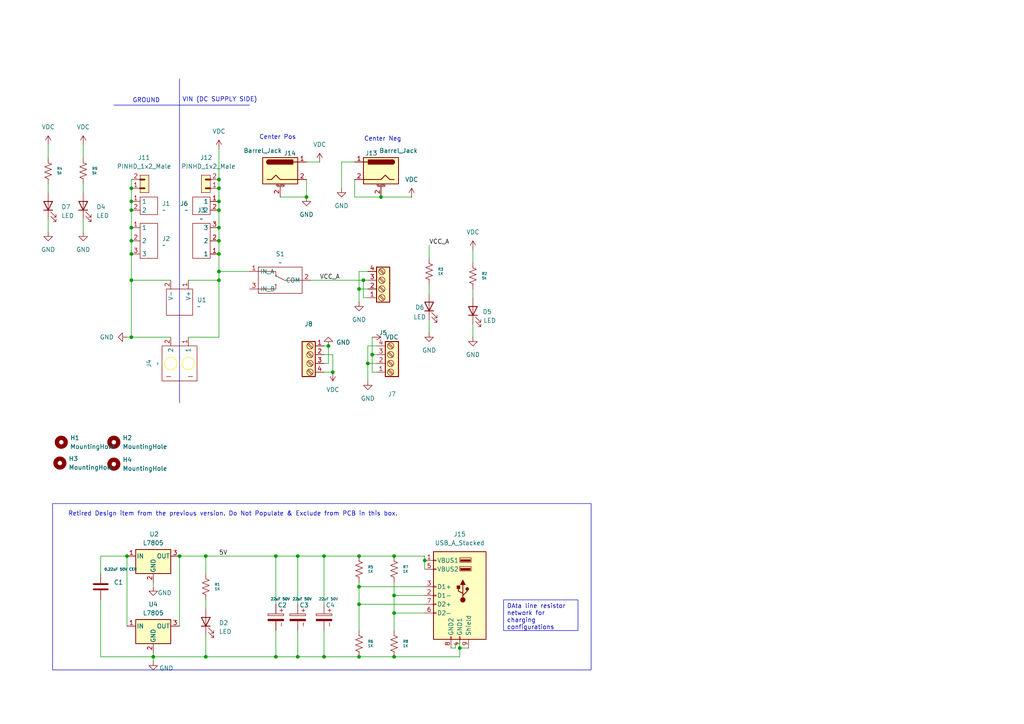
<source format=kicad_sch>
(kicad_sch
	(version 20231120)
	(generator "eeschema")
	(generator_version "8.0")
	(uuid "c1170195-f0f8-4b7d-af10-aea851c0aa3b")
	(paper "A4")
	(lib_symbols
		(symbol "Barrel_Jack_MountingPin_1"
			(pin_names hide)
			(exclude_from_sim no)
			(in_bom yes)
			(on_board yes)
			(property "Reference" "J13"
				(at 2.794 5.08 0)
				(effects
					(font
						(size 1.27 1.27)
					)
				)
			)
			(property "Value" "Barrel_Jack"
				(at -5.08 5.842 0)
				(effects
					(font
						(size 1.27 1.27)
					)
				)
			)
			(property "Footprint" "Connector_BarrelJack:BarrelJack_GCT_DCJ200-10-A_Horizontal"
				(at 1.27 -1.016 0)
				(effects
					(font
						(size 1.27 1.27)
					)
					(hide yes)
				)
			)
			(property "Datasheet" "~"
				(at 1.27 -1.016 0)
				(effects
					(font
						(size 1.27 1.27)
					)
					(hide yes)
				)
			)
			(property "Description" "DC Barrel Jack with a mounting pin"
				(at 0 0 0)
				(effects
					(font
						(size 1.27 1.27)
					)
					(hide yes)
				)
			)
			(property "ki_keywords" "DC power barrel jack connector"
				(at 0 0 0)
				(effects
					(font
						(size 1.27 1.27)
					)
					(hide yes)
				)
			)
			(property "ki_fp_filters" "BarrelJack*"
				(at 0 0 0)
				(effects
					(font
						(size 1.27 1.27)
					)
					(hide yes)
				)
			)
			(symbol "Barrel_Jack_MountingPin_1_0_1"
				(rectangle
					(start -5.08 3.81)
					(end 5.08 -3.81)
					(stroke
						(width 0.254)
						(type default)
					)
					(fill
						(type background)
					)
				)
				(arc
					(start -3.302 3.175)
					(mid -3.9343 2.54)
					(end -3.302 1.905)
					(stroke
						(width 0.254)
						(type default)
					)
					(fill
						(type none)
					)
				)
				(arc
					(start -3.302 3.175)
					(mid -3.9343 2.54)
					(end -3.302 1.905)
					(stroke
						(width 0.254)
						(type default)
					)
					(fill
						(type outline)
					)
				)
				(polyline
					(pts
						(xy 5.08 2.54) (xy 3.81 2.54)
					)
					(stroke
						(width 0.254)
						(type default)
					)
					(fill
						(type none)
					)
				)
				(polyline
					(pts
						(xy -3.81 -2.54) (xy -2.54 -2.54) (xy -1.27 -1.27) (xy 0 -2.54) (xy 2.54 -2.54) (xy 5.08 -2.54)
					)
					(stroke
						(width 0.254)
						(type default)
					)
					(fill
						(type none)
					)
				)
				(rectangle
					(start 3.683 3.175)
					(end -3.302 1.905)
					(stroke
						(width 0.254)
						(type default)
					)
					(fill
						(type outline)
					)
				)
			)
			(symbol "Barrel_Jack_MountingPin_1_1_1"
				(polyline
					(pts
						(xy -1.016 -4.572) (xy 1.016 -4.572)
					)
					(stroke
						(width 0.1524)
						(type default)
					)
					(fill
						(type none)
					)
				)
				(text "Mounting"
					(at 0 -4.191 0)
					(effects
						(font
							(size 0.381 0.381)
						)
					)
				)
				(pin passive line
					(at 7.62 2.54 180)
					(length 2.54)
					(name "~"
						(effects
							(font
								(size 1.27 1.27)
							)
						)
					)
					(number "1"
						(effects
							(font
								(size 1.27 1.27)
							)
						)
					)
				)
				(pin passive line
					(at 0 -7.62 90)
					(length 3.048)
					(name "2"
						(effects
							(font
								(size 1.27 1.27)
							)
						)
					)
					(number "2"
						(effects
							(font
								(size 1.27 1.27)
							)
						)
					)
				)
				(pin passive line
					(at 7.62 -2.54 180)
					(length 2.54)
					(name "~"
						(effects
							(font
								(size 1.27 1.27)
							)
						)
					)
					(number "2"
						(effects
							(font
								(size 1.27 1.27)
							)
						)
					)
				)
			)
		)
		(symbol "Connector:Barrel_Jack_MountingPin"
			(pin_names hide)
			(exclude_from_sim no)
			(in_bom yes)
			(on_board yes)
			(property "Reference" "J14"
				(at 2.794 5.08 0)
				(effects
					(font
						(size 1.27 1.27)
					)
				)
			)
			(property "Value" "Barrel_Jack"
				(at -5.08 5.842 0)
				(effects
					(font
						(size 1.27 1.27)
					)
				)
			)
			(property "Footprint" "Connector_BarrelJack:BarrelJack_GCT_DCJ200-10-A_Horizontal"
				(at 1.27 -1.016 0)
				(effects
					(font
						(size 1.27 1.27)
					)
					(hide yes)
				)
			)
			(property "Datasheet" "~"
				(at 1.27 -1.016 0)
				(effects
					(font
						(size 1.27 1.27)
					)
					(hide yes)
				)
			)
			(property "Description" "DC Barrel Jack with a mounting pin"
				(at 0 0 0)
				(effects
					(font
						(size 1.27 1.27)
					)
					(hide yes)
				)
			)
			(property "ki_keywords" "DC power barrel jack connector"
				(at 0 0 0)
				(effects
					(font
						(size 1.27 1.27)
					)
					(hide yes)
				)
			)
			(property "ki_fp_filters" "BarrelJack*"
				(at 0 0 0)
				(effects
					(font
						(size 1.27 1.27)
					)
					(hide yes)
				)
			)
			(symbol "Barrel_Jack_MountingPin_0_1"
				(rectangle
					(start -5.08 3.81)
					(end 5.08 -3.81)
					(stroke
						(width 0.254)
						(type default)
					)
					(fill
						(type background)
					)
				)
				(arc
					(start -3.302 3.175)
					(mid -3.9343 2.54)
					(end -3.302 1.905)
					(stroke
						(width 0.254)
						(type default)
					)
					(fill
						(type none)
					)
				)
				(arc
					(start -3.302 3.175)
					(mid -3.9343 2.54)
					(end -3.302 1.905)
					(stroke
						(width 0.254)
						(type default)
					)
					(fill
						(type outline)
					)
				)
				(polyline
					(pts
						(xy 5.08 2.54) (xy 3.81 2.54)
					)
					(stroke
						(width 0.254)
						(type default)
					)
					(fill
						(type none)
					)
				)
				(polyline
					(pts
						(xy -3.81 -2.54) (xy -2.54 -2.54) (xy -1.27 -1.27) (xy 0 -2.54) (xy 2.54 -2.54) (xy 5.08 -2.54)
					)
					(stroke
						(width 0.254)
						(type default)
					)
					(fill
						(type none)
					)
				)
				(rectangle
					(start 3.683 3.175)
					(end -3.302 1.905)
					(stroke
						(width 0.254)
						(type default)
					)
					(fill
						(type outline)
					)
				)
			)
			(symbol "Barrel_Jack_MountingPin_1_1"
				(polyline
					(pts
						(xy -1.016 -4.572) (xy 1.016 -4.572)
					)
					(stroke
						(width 0.1524)
						(type default)
					)
					(fill
						(type none)
					)
				)
				(text "Mounting"
					(at 0 -4.191 0)
					(effects
						(font
							(size 0.381 0.381)
						)
					)
				)
				(pin passive line
					(at 7.62 2.54 180)
					(length 2.54)
					(name "~"
						(effects
							(font
								(size 1.27 1.27)
							)
						)
					)
					(number "1"
						(effects
							(font
								(size 1.27 1.27)
							)
						)
					)
				)
				(pin passive line
					(at 0 -7.62 90)
					(length 3.048)
					(name "2"
						(effects
							(font
								(size 1.27 1.27)
							)
						)
					)
					(number "2"
						(effects
							(font
								(size 1.27 1.27)
							)
						)
					)
				)
				(pin passive line
					(at 7.62 -2.54 180)
					(length 2.54)
					(name "~"
						(effects
							(font
								(size 1.27 1.27)
							)
						)
					)
					(number "2"
						(effects
							(font
								(size 1.27 1.27)
							)
						)
					)
				)
			)
		)
		(symbol "Connector:USB_A_Stacked"
			(pin_names
				(offset 1.016)
			)
			(exclude_from_sim no)
			(in_bom yes)
			(on_board yes)
			(property "Reference" "J"
				(at 0 15.875 0)
				(effects
					(font
						(size 1.27 1.27)
					)
				)
			)
			(property "Value" "USB_A_Stacked"
				(at 0 13.97 0)
				(effects
					(font
						(size 1.27 1.27)
					)
				)
			)
			(property "Footprint" ""
				(at 3.81 -13.97 0)
				(effects
					(font
						(size 1.27 1.27)
					)
					(justify left)
					(hide yes)
				)
			)
			(property "Datasheet" "~"
				(at 5.08 1.27 0)
				(effects
					(font
						(size 1.27 1.27)
					)
					(hide yes)
				)
			)
			(property "Description" "USB Type A connector, stacked"
				(at 0 0 0)
				(effects
					(font
						(size 1.27 1.27)
					)
					(hide yes)
				)
			)
			(property "ki_keywords" "connector USB"
				(at 0 0 0)
				(effects
					(font
						(size 1.27 1.27)
					)
					(hide yes)
				)
			)
			(property "ki_fp_filters" "USB*"
				(at 0 0 0)
				(effects
					(font
						(size 1.27 1.27)
					)
					(hide yes)
				)
			)
			(symbol "USB_A_Stacked_0_1"
				(rectangle
					(start -7.62 12.7)
					(end 7.62 -12.7)
					(stroke
						(width 0.254)
						(type default)
					)
					(fill
						(type background)
					)
				)
				(circle
					(center -2.159 1.905)
					(radius 0.381)
					(stroke
						(width 0.254)
						(type default)
					)
					(fill
						(type outline)
					)
				)
				(circle
					(center -0.889 -1.27)
					(radius 0.635)
					(stroke
						(width 0.254)
						(type default)
					)
					(fill
						(type outline)
					)
				)
				(rectangle
					(start -0.254 7.366)
					(end -3.048 7.874)
					(stroke
						(width 0)
						(type default)
					)
					(fill
						(type outline)
					)
				)
				(rectangle
					(start -0.254 9.906)
					(end -3.048 10.414)
					(stroke
						(width 0)
						(type default)
					)
					(fill
						(type outline)
					)
				)
				(rectangle
					(start -0.127 -12.7)
					(end 0.127 -11.938)
					(stroke
						(width 0)
						(type default)
					)
					(fill
						(type none)
					)
				)
				(polyline
					(pts
						(xy -1.524 3.175) (xy -0.254 3.175) (xy -0.889 4.445) (xy -1.524 3.175)
					)
					(stroke
						(width 0.254)
						(type default)
					)
					(fill
						(type outline)
					)
				)
				(polyline
					(pts
						(xy -0.889 -0.635) (xy -0.889 0) (xy -2.159 1.27) (xy -2.159 1.905)
					)
					(stroke
						(width 0.254)
						(type default)
					)
					(fill
						(type none)
					)
				)
				(polyline
					(pts
						(xy -0.889 0) (xy -0.889 0.635) (xy 0.381 1.27) (xy 0.381 2.54)
					)
					(stroke
						(width 0.254)
						(type default)
					)
					(fill
						(type none)
					)
				)
				(rectangle
					(start 0 2.794)
					(end 0.762 2.032)
					(stroke
						(width 0.254)
						(type default)
					)
					(fill
						(type outline)
					)
				)
				(rectangle
					(start 0 7.112)
					(end -3.302 8.382)
					(stroke
						(width 0)
						(type default)
					)
					(fill
						(type none)
					)
				)
				(rectangle
					(start 0 9.652)
					(end -3.302 10.922)
					(stroke
						(width 0)
						(type default)
					)
					(fill
						(type none)
					)
				)
				(rectangle
					(start 2.413 -12.7)
					(end 2.667 -11.938)
					(stroke
						(width 0)
						(type default)
					)
					(fill
						(type none)
					)
				)
				(rectangle
					(start 7.62 -5.207)
					(end 6.858 -4.953)
					(stroke
						(width 0)
						(type default)
					)
					(fill
						(type none)
					)
				)
				(rectangle
					(start 7.62 -2.667)
					(end 6.858 -2.413)
					(stroke
						(width 0)
						(type default)
					)
					(fill
						(type none)
					)
				)
				(rectangle
					(start 7.62 -0.127)
					(end 6.858 0.127)
					(stroke
						(width 0)
						(type default)
					)
					(fill
						(type none)
					)
				)
				(rectangle
					(start 7.62 2.413)
					(end 6.858 2.667)
					(stroke
						(width 0)
						(type default)
					)
					(fill
						(type none)
					)
				)
				(rectangle
					(start 7.62 7.493)
					(end 6.858 7.747)
					(stroke
						(width 0)
						(type default)
					)
					(fill
						(type none)
					)
				)
				(rectangle
					(start 7.62 10.033)
					(end 6.858 10.287)
					(stroke
						(width 0)
						(type default)
					)
					(fill
						(type none)
					)
				)
			)
			(symbol "USB_A_Stacked_1_1"
				(polyline
					(pts
						(xy -0.889 0.635) (xy -0.889 3.175)
					)
					(stroke
						(width 0.254)
						(type default)
					)
					(fill
						(type none)
					)
				)
				(pin power_in line
					(at 10.16 10.16 180)
					(length 2.54)
					(name "VBUS1"
						(effects
							(font
								(size 1.27 1.27)
							)
						)
					)
					(number "1"
						(effects
							(font
								(size 1.27 1.27)
							)
						)
					)
				)
				(pin bidirectional line
					(at 10.16 0 180)
					(length 2.54)
					(name "D1-"
						(effects
							(font
								(size 1.27 1.27)
							)
						)
					)
					(number "2"
						(effects
							(font
								(size 1.27 1.27)
							)
						)
					)
				)
				(pin bidirectional line
					(at 10.16 2.54 180)
					(length 2.54)
					(name "D1+"
						(effects
							(font
								(size 1.27 1.27)
							)
						)
					)
					(number "3"
						(effects
							(font
								(size 1.27 1.27)
							)
						)
					)
				)
				(pin power_in line
					(at 0 -15.24 90)
					(length 2.54)
					(name "GND1"
						(effects
							(font
								(size 1.27 1.27)
							)
						)
					)
					(number "4"
						(effects
							(font
								(size 1.27 1.27)
							)
						)
					)
				)
				(pin power_in line
					(at 10.16 7.62 180)
					(length 2.54)
					(name "VBUS2"
						(effects
							(font
								(size 1.27 1.27)
							)
						)
					)
					(number "5"
						(effects
							(font
								(size 1.27 1.27)
							)
						)
					)
				)
				(pin bidirectional line
					(at 10.16 -5.08 180)
					(length 2.54)
					(name "D2-"
						(effects
							(font
								(size 1.27 1.27)
							)
						)
					)
					(number "6"
						(effects
							(font
								(size 1.27 1.27)
							)
						)
					)
				)
				(pin bidirectional line
					(at 10.16 -2.54 180)
					(length 2.54)
					(name "D2+"
						(effects
							(font
								(size 1.27 1.27)
							)
						)
					)
					(number "7"
						(effects
							(font
								(size 1.27 1.27)
							)
						)
					)
				)
				(pin power_in line
					(at 2.54 -15.24 90)
					(length 2.54)
					(name "GND2"
						(effects
							(font
								(size 1.27 1.27)
							)
						)
					)
					(number "8"
						(effects
							(font
								(size 1.27 1.27)
							)
						)
					)
				)
				(pin passive line
					(at -2.54 -15.24 90)
					(length 2.54)
					(name "Shield"
						(effects
							(font
								(size 1.27 1.27)
							)
						)
					)
					(number "9"
						(effects
							(font
								(size 1.27 1.27)
							)
						)
					)
				)
			)
		)
		(symbol "Device:C"
			(pin_numbers hide)
			(pin_names
				(offset 0.254)
			)
			(exclude_from_sim no)
			(in_bom yes)
			(on_board yes)
			(property "Reference" "C"
				(at 0.635 2.54 0)
				(effects
					(font
						(size 1.27 1.27)
					)
					(justify left)
				)
			)
			(property "Value" "C"
				(at 0.635 -2.54 0)
				(effects
					(font
						(size 1.27 1.27)
					)
					(justify left)
				)
			)
			(property "Footprint" ""
				(at 0.9652 -3.81 0)
				(effects
					(font
						(size 1.27 1.27)
					)
					(hide yes)
				)
			)
			(property "Datasheet" "~"
				(at 0 0 0)
				(effects
					(font
						(size 1.27 1.27)
					)
					(hide yes)
				)
			)
			(property "Description" "Unpolarized capacitor"
				(at 0 0 0)
				(effects
					(font
						(size 1.27 1.27)
					)
					(hide yes)
				)
			)
			(property "ki_keywords" "cap capacitor"
				(at 0 0 0)
				(effects
					(font
						(size 1.27 1.27)
					)
					(hide yes)
				)
			)
			(property "ki_fp_filters" "C_*"
				(at 0 0 0)
				(effects
					(font
						(size 1.27 1.27)
					)
					(hide yes)
				)
			)
			(symbol "C_0_1"
				(polyline
					(pts
						(xy -2.032 -0.762) (xy 2.032 -0.762)
					)
					(stroke
						(width 0.508)
						(type default)
					)
					(fill
						(type none)
					)
				)
				(polyline
					(pts
						(xy -2.032 0.762) (xy 2.032 0.762)
					)
					(stroke
						(width 0.508)
						(type default)
					)
					(fill
						(type none)
					)
				)
			)
			(symbol "C_1_1"
				(pin passive line
					(at 0 3.81 270)
					(length 2.794)
					(name "~"
						(effects
							(font
								(size 1.27 1.27)
							)
						)
					)
					(number "1"
						(effects
							(font
								(size 1.27 1.27)
							)
						)
					)
				)
				(pin passive line
					(at 0 -3.81 90)
					(length 2.794)
					(name "~"
						(effects
							(font
								(size 1.27 1.27)
							)
						)
					)
					(number "2"
						(effects
							(font
								(size 1.27 1.27)
							)
						)
					)
				)
			)
		)
		(symbol "Device:LED"
			(pin_numbers hide)
			(pin_names
				(offset 1.016) hide)
			(exclude_from_sim no)
			(in_bom yes)
			(on_board yes)
			(property "Reference" "D"
				(at 0 2.54 0)
				(effects
					(font
						(size 1.27 1.27)
					)
				)
			)
			(property "Value" "LED"
				(at 0 -2.54 0)
				(effects
					(font
						(size 1.27 1.27)
					)
				)
			)
			(property "Footprint" ""
				(at 0 0 0)
				(effects
					(font
						(size 1.27 1.27)
					)
					(hide yes)
				)
			)
			(property "Datasheet" "~"
				(at 0 0 0)
				(effects
					(font
						(size 1.27 1.27)
					)
					(hide yes)
				)
			)
			(property "Description" "Light emitting diode"
				(at 0 0 0)
				(effects
					(font
						(size 1.27 1.27)
					)
					(hide yes)
				)
			)
			(property "ki_keywords" "LED diode"
				(at 0 0 0)
				(effects
					(font
						(size 1.27 1.27)
					)
					(hide yes)
				)
			)
			(property "ki_fp_filters" "LED* LED_SMD:* LED_THT:*"
				(at 0 0 0)
				(effects
					(font
						(size 1.27 1.27)
					)
					(hide yes)
				)
			)
			(symbol "LED_0_1"
				(polyline
					(pts
						(xy -1.27 -1.27) (xy -1.27 1.27)
					)
					(stroke
						(width 0.254)
						(type default)
					)
					(fill
						(type none)
					)
				)
				(polyline
					(pts
						(xy -1.27 0) (xy 1.27 0)
					)
					(stroke
						(width 0)
						(type default)
					)
					(fill
						(type none)
					)
				)
				(polyline
					(pts
						(xy 1.27 -1.27) (xy 1.27 1.27) (xy -1.27 0) (xy 1.27 -1.27)
					)
					(stroke
						(width 0.254)
						(type default)
					)
					(fill
						(type none)
					)
				)
				(polyline
					(pts
						(xy -3.048 -0.762) (xy -4.572 -2.286) (xy -3.81 -2.286) (xy -4.572 -2.286) (xy -4.572 -1.524)
					)
					(stroke
						(width 0)
						(type default)
					)
					(fill
						(type none)
					)
				)
				(polyline
					(pts
						(xy -1.778 -0.762) (xy -3.302 -2.286) (xy -2.54 -2.286) (xy -3.302 -2.286) (xy -3.302 -1.524)
					)
					(stroke
						(width 0)
						(type default)
					)
					(fill
						(type none)
					)
				)
			)
			(symbol "LED_1_1"
				(pin passive line
					(at -3.81 0 0)
					(length 2.54)
					(name "K"
						(effects
							(font
								(size 1.27 1.27)
							)
						)
					)
					(number "1"
						(effects
							(font
								(size 1.27 1.27)
							)
						)
					)
				)
				(pin passive line
					(at 3.81 0 180)
					(length 2.54)
					(name "A"
						(effects
							(font
								(size 1.27 1.27)
							)
						)
					)
					(number "2"
						(effects
							(font
								(size 1.27 1.27)
							)
						)
					)
				)
			)
		)
		(symbol "Device:R_US"
			(pin_numbers hide)
			(pin_names
				(offset 0)
			)
			(exclude_from_sim no)
			(in_bom yes)
			(on_board yes)
			(property "Reference" "R"
				(at 2.54 0 90)
				(effects
					(font
						(size 1.27 1.27)
					)
				)
			)
			(property "Value" "R_US"
				(at -2.54 0 90)
				(effects
					(font
						(size 1.27 1.27)
					)
				)
			)
			(property "Footprint" ""
				(at 1.016 -0.254 90)
				(effects
					(font
						(size 1.27 1.27)
					)
					(hide yes)
				)
			)
			(property "Datasheet" "~"
				(at 0 0 0)
				(effects
					(font
						(size 1.27 1.27)
					)
					(hide yes)
				)
			)
			(property "Description" "Resistor, US symbol"
				(at 0 0 0)
				(effects
					(font
						(size 1.27 1.27)
					)
					(hide yes)
				)
			)
			(property "ki_keywords" "R res resistor"
				(at 0 0 0)
				(effects
					(font
						(size 1.27 1.27)
					)
					(hide yes)
				)
			)
			(property "ki_fp_filters" "R_*"
				(at 0 0 0)
				(effects
					(font
						(size 1.27 1.27)
					)
					(hide yes)
				)
			)
			(symbol "R_US_0_1"
				(polyline
					(pts
						(xy 0 -2.286) (xy 0 -2.54)
					)
					(stroke
						(width 0)
						(type default)
					)
					(fill
						(type none)
					)
				)
				(polyline
					(pts
						(xy 0 2.286) (xy 0 2.54)
					)
					(stroke
						(width 0)
						(type default)
					)
					(fill
						(type none)
					)
				)
				(polyline
					(pts
						(xy 0 -0.762) (xy 1.016 -1.143) (xy 0 -1.524) (xy -1.016 -1.905) (xy 0 -2.286)
					)
					(stroke
						(width 0)
						(type default)
					)
					(fill
						(type none)
					)
				)
				(polyline
					(pts
						(xy 0 0.762) (xy 1.016 0.381) (xy 0 0) (xy -1.016 -0.381) (xy 0 -0.762)
					)
					(stroke
						(width 0)
						(type default)
					)
					(fill
						(type none)
					)
				)
				(polyline
					(pts
						(xy 0 2.286) (xy 1.016 1.905) (xy 0 1.524) (xy -1.016 1.143) (xy 0 0.762)
					)
					(stroke
						(width 0)
						(type default)
					)
					(fill
						(type none)
					)
				)
			)
			(symbol "R_US_1_1"
				(pin passive line
					(at 0 3.81 270)
					(length 1.27)
					(name "~"
						(effects
							(font
								(size 1.27 1.27)
							)
						)
					)
					(number "1"
						(effects
							(font
								(size 1.27 1.27)
							)
						)
					)
				)
				(pin passive line
					(at 0 -3.81 90)
					(length 1.27)
					(name "~"
						(effects
							(font
								(size 1.27 1.27)
							)
						)
					)
					(number "2"
						(effects
							(font
								(size 1.27 1.27)
							)
						)
					)
				)
			)
		)
		(symbol "Mechanical:MountingHole"
			(pin_names
				(offset 1.016)
			)
			(exclude_from_sim yes)
			(in_bom no)
			(on_board yes)
			(property "Reference" "H"
				(at 0 5.08 0)
				(effects
					(font
						(size 1.27 1.27)
					)
				)
			)
			(property "Value" "MountingHole"
				(at 0 3.175 0)
				(effects
					(font
						(size 1.27 1.27)
					)
				)
			)
			(property "Footprint" ""
				(at 0 0 0)
				(effects
					(font
						(size 1.27 1.27)
					)
					(hide yes)
				)
			)
			(property "Datasheet" "~"
				(at 0 0 0)
				(effects
					(font
						(size 1.27 1.27)
					)
					(hide yes)
				)
			)
			(property "Description" "Mounting Hole without connection"
				(at 0 0 0)
				(effects
					(font
						(size 1.27 1.27)
					)
					(hide yes)
				)
			)
			(property "ki_keywords" "mounting hole"
				(at 0 0 0)
				(effects
					(font
						(size 1.27 1.27)
					)
					(hide yes)
				)
			)
			(property "ki_fp_filters" "MountingHole*"
				(at 0 0 0)
				(effects
					(font
						(size 1.27 1.27)
					)
					(hide yes)
				)
			)
			(symbol "MountingHole_0_1"
				(circle
					(center 0 0)
					(radius 1.27)
					(stroke
						(width 1.27)
						(type default)
					)
					(fill
						(type none)
					)
				)
			)
		)
		(symbol "PCM_SL_Devices:Capacitor_PO"
			(exclude_from_sim no)
			(in_bom yes)
			(on_board yes)
			(property "Reference" "C"
				(at 0 7.62 0)
				(effects
					(font
						(size 1.27 1.27)
					)
				)
			)
			(property "Value" "Capacitor_PO"
				(at 0 5.08 0)
				(effects
					(font
						(size 1.27 1.27)
					)
				)
			)
			(property "Footprint" "Capacitor_THT:CP_Radial_D5.0mm_P2.50mm"
				(at 0.762 -3.81 0)
				(effects
					(font
						(size 1.27 1.27)
					)
					(hide yes)
				)
			)
			(property "Datasheet" ""
				(at 0.508 0 0)
				(effects
					(font
						(size 1.27 1.27)
					)
					(hide yes)
				)
			)
			(property "Description" "Polarized Capacitor"
				(at 0 0 0)
				(effects
					(font
						(size 1.27 1.27)
					)
					(hide yes)
				)
			)
			(property "ki_keywords" "Capacitor"
				(at 0 0 0)
				(effects
					(font
						(size 1.27 1.27)
					)
					(hide yes)
				)
			)
			(property "ki_fp_filters" "Capacitor_THT:CP_Radial_D5.0mm_* Capacitor_THT:CP_Radial_D4.0mm_* Capacitor_THT:CP_Radial_D6.3mm_* Capacitor_THT:CP_Radial_D7.5mm_* Capacitor_THT:CP_Radial_D8.0mm_* Capacitor_THT:CP_Radial_D10.0mm_* Capacitor_THT:CP_Radial_D14.0mm_* Capacitor_THT:CP_Radial_D16.0mm_* Capacitor_THT:CP_Radial_D18.0mm_*"
				(at 0 0 0)
				(effects
					(font
						(size 1.27 1.27)
					)
					(hide yes)
				)
			)
			(symbol "Capacitor_PO_0_0"
				(text "+"
					(at -2.032 1.524 0)
					(effects
						(font
							(size 1.27 1.27)
						)
					)
				)
				(text "-"
					(at 2.032 1.524 0)
					(effects
						(font
							(size 1.27 1.27)
						)
					)
				)
			)
			(symbol "Capacitor_PO_0_1"
				(rectangle
					(start -1.016 -2.286)
					(end -0.508 2.286)
					(stroke
						(width 0)
						(type default)
					)
					(fill
						(type none)
					)
				)
				(rectangle
					(start 0.508 -2.286)
					(end 1.016 2.286)
					(stroke
						(width 0)
						(type default)
					)
					(fill
						(type outline)
					)
				)
			)
			(symbol "Capacitor_PO_1_1"
				(pin passive line
					(at -3.81 0 0)
					(length 2.7)
					(name "~"
						(effects
							(font
								(size 0 0)
							)
						)
					)
					(number "1"
						(effects
							(font
								(size 0 0)
							)
						)
					)
				)
				(pin input line
					(at 3.81 0 180)
					(length 2.7)
					(name "~"
						(effects
							(font
								(size 0 0)
							)
						)
					)
					(number "2"
						(effects
							(font
								(size 0 0)
							)
						)
					)
				)
			)
		)
		(symbol "PCM_SL_Pin_Headers:PINHD_1x2_Male"
			(exclude_from_sim no)
			(in_bom yes)
			(on_board yes)
			(property "Reference" "J"
				(at 0 6.35 0)
				(effects
					(font
						(size 1.27 1.27)
					)
				)
			)
			(property "Value" "PINHD_1x2_Male"
				(at 0 3.81 0)
				(effects
					(font
						(size 1.27 1.27)
					)
				)
			)
			(property "Footprint" "Connector_PinHeader_2.54mm:PinHeader_1x02_P2.54mm_Vertical"
				(at 1.27 -3.81 0)
				(effects
					(font
						(size 1.27 1.27)
					)
					(hide yes)
				)
			)
			(property "Datasheet" ""
				(at 0 7.62 0)
				(effects
					(font
						(size 1.27 1.27)
					)
					(hide yes)
				)
			)
			(property "Description" "Pin Header male with pin space 2.54mm. Pin Count -2"
				(at 0 0 0)
				(effects
					(font
						(size 1.27 1.27)
					)
					(hide yes)
				)
			)
			(property "ki_keywords" "Pin Header"
				(at 0 0 0)
				(effects
					(font
						(size 1.27 1.27)
					)
					(hide yes)
				)
			)
			(property "ki_fp_filters" "PinHeader_1x02_P2.54mm*"
				(at 0 0 0)
				(effects
					(font
						(size 1.27 1.27)
					)
					(hide yes)
				)
			)
			(symbol "PINHD_1x2_Male_0_1"
				(rectangle
					(start -1.27 2.54)
					(end 1.27 -2.54)
					(stroke
						(width 0)
						(type default)
					)
					(fill
						(type background)
					)
				)
				(polyline
					(pts
						(xy -1.27 -1.27) (xy 0 -1.27)
					)
					(stroke
						(width 0.3)
						(type default)
					)
					(fill
						(type none)
					)
				)
				(polyline
					(pts
						(xy -1.27 -1.27) (xy 0 -1.27)
					)
					(stroke
						(width 0.5)
						(type default)
					)
					(fill
						(type none)
					)
				)
				(polyline
					(pts
						(xy -1.27 1.27) (xy 0 1.27)
					)
					(stroke
						(width 0.3)
						(type default)
					)
					(fill
						(type none)
					)
				)
				(polyline
					(pts
						(xy -1.27 1.27) (xy 0 1.27)
					)
					(stroke
						(width 0.5)
						(type default)
					)
					(fill
						(type none)
					)
				)
			)
			(symbol "PINHD_1x2_Male_1_1"
				(pin passive line
					(at -3.81 1.27 0)
					(length 2.54)
					(name ""
						(effects
							(font
								(size 1.27 1.27)
							)
						)
					)
					(number "1"
						(effects
							(font
								(size 1.27 1.27)
							)
						)
					)
				)
				(pin passive line
					(at -3.81 -1.27 0)
					(length 2.54)
					(name ""
						(effects
							(font
								(size 1.27 1.27)
							)
						)
					)
					(number "2"
						(effects
							(font
								(size 1.27 1.27)
							)
						)
					)
				)
			)
		)
		(symbol "PCM_SL_Screw_Terminal:Screw_Terminal_4_P5.00mm"
			(exclude_from_sim no)
			(in_bom yes)
			(on_board yes)
			(property "Reference" "J"
				(at 0 6.35 0)
				(effects
					(font
						(size 1.27 1.27)
					)
				)
			)
			(property "Value" "Screw_Terminal_4_P5.00mm"
				(at 1.27 -6.35 0)
				(effects
					(font
						(size 1.27 1.27)
					)
				)
			)
			(property "Footprint" "TerminalBlock_Phoenix:TerminalBlock_Phoenix_PT-1,5-4-5.0-H_1x04_P5.00mm_Horizontal"
				(at 0 -8.89 0)
				(effects
					(font
						(size 1.27 1.27)
					)
					(hide yes)
				)
			)
			(property "Datasheet" ""
				(at 0 2.54 0)
				(effects
					(font
						(size 1.27 1.27)
					)
					(hide yes)
				)
			)
			(property "Description" ""
				(at 0 0 0)
				(effects
					(font
						(size 1.27 1.27)
					)
					(hide yes)
				)
			)
			(symbol "Screw_Terminal_4_P5.00mm_0_1"
				(rectangle
					(start -1.27 5.08)
					(end 2.54 -5.08)
					(stroke
						(width 0.3)
						(type default)
					)
					(fill
						(type background)
					)
				)
				(polyline
					(pts
						(xy -0.254 -4.572) (xy 1.016 -3.302)
					)
					(stroke
						(width 0)
						(type default)
					)
					(fill
						(type none)
					)
				)
				(polyline
					(pts
						(xy -0.254 -2.032) (xy 1.016 -0.762)
					)
					(stroke
						(width 0)
						(type default)
					)
					(fill
						(type none)
					)
				)
				(polyline
					(pts
						(xy -0.254 0.508) (xy 1.016 1.778)
					)
					(stroke
						(width 0)
						(type default)
					)
					(fill
						(type none)
					)
				)
				(polyline
					(pts
						(xy -0.254 3.048) (xy 1.016 4.318)
					)
					(stroke
						(width 0)
						(type default)
					)
					(fill
						(type none)
					)
				)
				(polyline
					(pts
						(xy 0 -3.81) (xy -0.508 -4.318) (xy 0.762 -3.048)
					)
					(stroke
						(width 0)
						(type default)
					)
					(fill
						(type none)
					)
				)
				(polyline
					(pts
						(xy 0 -1.27) (xy -0.508 -1.778) (xy 0.762 -0.508)
					)
					(stroke
						(width 0)
						(type default)
					)
					(fill
						(type none)
					)
				)
				(polyline
					(pts
						(xy 0 1.27) (xy -0.508 0.762) (xy 0.762 2.032)
					)
					(stroke
						(width 0)
						(type default)
					)
					(fill
						(type none)
					)
				)
				(polyline
					(pts
						(xy 0 3.81) (xy -0.508 3.302) (xy 0.762 4.572)
					)
					(stroke
						(width 0)
						(type default)
					)
					(fill
						(type none)
					)
				)
				(circle
					(center 0.254 -3.81)
					(radius 0.9158)
					(stroke
						(width 0)
						(type default)
					)
					(fill
						(type none)
					)
				)
				(circle
					(center 0.254 -1.27)
					(radius 0.9158)
					(stroke
						(width 0)
						(type default)
					)
					(fill
						(type none)
					)
				)
				(circle
					(center 0.254 1.27)
					(radius 0.9158)
					(stroke
						(width 0)
						(type default)
					)
					(fill
						(type none)
					)
				)
				(circle
					(center 0.254 3.81)
					(radius 0.9158)
					(stroke
						(width 0)
						(type default)
					)
					(fill
						(type none)
					)
				)
			)
			(symbol "Screw_Terminal_4_P5.00mm_1_1"
				(pin passive line
					(at -3.81 3.81 0)
					(length 2.54)
					(name ""
						(effects
							(font
								(size 1.27 1.27)
							)
						)
					)
					(number "1"
						(effects
							(font
								(size 1.27 1.27)
							)
						)
					)
				)
				(pin passive line
					(at -3.81 1.27 0)
					(length 2.54)
					(name ""
						(effects
							(font
								(size 1.27 1.27)
							)
						)
					)
					(number "2"
						(effects
							(font
								(size 1.27 1.27)
							)
						)
					)
				)
				(pin passive line
					(at -3.81 -1.27 0)
					(length 2.54)
					(name ""
						(effects
							(font
								(size 1.27 1.27)
							)
						)
					)
					(number "3"
						(effects
							(font
								(size 1.27 1.27)
							)
						)
					)
				)
				(pin passive line
					(at -3.81 -3.81 0)
					(length 2.54)
					(name ""
						(effects
							(font
								(size 1.27 1.27)
							)
						)
					)
					(number "4"
						(effects
							(font
								(size 1.27 1.27)
							)
						)
					)
				)
			)
		)
		(symbol "Regulator_Linear:L7805"
			(pin_names
				(offset 0.254)
			)
			(exclude_from_sim no)
			(in_bom yes)
			(on_board yes)
			(property "Reference" "U"
				(at -3.81 3.175 0)
				(effects
					(font
						(size 1.27 1.27)
					)
				)
			)
			(property "Value" "L7805"
				(at 0 3.175 0)
				(effects
					(font
						(size 1.27 1.27)
					)
					(justify left)
				)
			)
			(property "Footprint" ""
				(at 0.635 -3.81 0)
				(effects
					(font
						(size 1.27 1.27)
						(italic yes)
					)
					(justify left)
					(hide yes)
				)
			)
			(property "Datasheet" "http://www.st.com/content/ccc/resource/technical/document/datasheet/41/4f/b3/b0/12/d4/47/88/CD00000444.pdf/files/CD00000444.pdf/jcr:content/translations/en.CD00000444.pdf"
				(at 0 -1.27 0)
				(effects
					(font
						(size 1.27 1.27)
					)
					(hide yes)
				)
			)
			(property "Description" "Positive 1.5A 35V Linear Regulator, Fixed Output 5V, TO-220/TO-263/TO-252"
				(at 0 0 0)
				(effects
					(font
						(size 1.27 1.27)
					)
					(hide yes)
				)
			)
			(property "ki_keywords" "Voltage Regulator 1.5A Positive"
				(at 0 0 0)
				(effects
					(font
						(size 1.27 1.27)
					)
					(hide yes)
				)
			)
			(property "ki_fp_filters" "TO?252* TO?263* TO?220*"
				(at 0 0 0)
				(effects
					(font
						(size 1.27 1.27)
					)
					(hide yes)
				)
			)
			(symbol "L7805_0_1"
				(rectangle
					(start -5.08 1.905)
					(end 5.08 -5.08)
					(stroke
						(width 0.254)
						(type default)
					)
					(fill
						(type background)
					)
				)
			)
			(symbol "L7805_1_1"
				(pin power_in line
					(at -7.62 0 0)
					(length 2.54)
					(name "IN"
						(effects
							(font
								(size 1.27 1.27)
							)
						)
					)
					(number "1"
						(effects
							(font
								(size 1.27 1.27)
							)
						)
					)
				)
				(pin power_in line
					(at 0 -7.62 90)
					(length 2.54)
					(name "GND"
						(effects
							(font
								(size 1.27 1.27)
							)
						)
					)
					(number "2"
						(effects
							(font
								(size 1.27 1.27)
							)
						)
					)
				)
				(pin power_out line
					(at 7.62 0 180)
					(length 2.54)
					(name "OUT"
						(effects
							(font
								(size 1.27 1.27)
							)
						)
					)
					(number "3"
						(effects
							(font
								(size 1.27 1.27)
							)
						)
					)
				)
			)
		)
		(symbol "Ryan_Custom_Modules:BATTERY_CONTACT_593_SNAP_9V_PC_PIN"
			(exclude_from_sim no)
			(in_bom yes)
			(on_board yes)
			(property "Reference" "J?"
				(at 0.508 0 0)
				(effects
					(font
						(size 1.27 1.27)
					)
				)
			)
			(property "Value" ""
				(at 0 0 0)
				(effects
					(font
						(size 1.27 1.27)
					)
				)
			)
			(property "Footprint" ""
				(at 0 0 0)
				(effects
					(font
						(size 1.27 1.27)
					)
					(hide yes)
				)
			)
			(property "Datasheet" ""
				(at 0 0 0)
				(effects
					(font
						(size 1.27 1.27)
					)
					(hide yes)
				)
			)
			(property "Description" ""
				(at 0 0 0)
				(effects
					(font
						(size 1.27 1.27)
					)
					(hide yes)
				)
			)
			(symbol "BATTERY_CONTACT_593_SNAP_9V_PC_PIN_0_1"
				(rectangle
					(start -2.54 5.08)
					(end 2.54 -5.08)
					(stroke
						(width 0)
						(type default)
					)
					(fill
						(type none)
					)
				)
			)
			(symbol "BATTERY_CONTACT_593_SNAP_9V_PC_PIN_1_1"
				(pin power_in line
					(at -5.08 3.81 0)
					(length 2.54)
					(name "1"
						(effects
							(font
								(size 1.27 1.27)
							)
						)
					)
					(number "1"
						(effects
							(font
								(size 1.27 1.27)
							)
						)
					)
				)
				(pin power_in line
					(at -5.08 0 0)
					(length 2.54)
					(name "2"
						(effects
							(font
								(size 1.27 1.27)
							)
						)
					)
					(number "2"
						(effects
							(font
								(size 1.27 1.27)
							)
						)
					)
				)
				(pin power_in line
					(at -5.08 -3.81 0)
					(length 2.54)
					(name "3"
						(effects
							(font
								(size 1.27 1.27)
							)
						)
					)
					(number "3"
						(effects
							(font
								(size 1.27 1.27)
							)
						)
					)
				)
			)
		)
		(symbol "Ryan_Custom_Modules:Banana_Jack_Dbl_Turret"
			(exclude_from_sim no)
			(in_bom yes)
			(on_board yes)
			(property "Reference" "U"
				(at 0 0 0)
				(effects
					(font
						(size 1.27 1.27)
					)
				)
			)
			(property "Value" ""
				(at 0 0 0)
				(effects
					(font
						(size 1.27 1.27)
					)
				)
			)
			(property "Footprint" ""
				(at 0 0 0)
				(effects
					(font
						(size 1.27 1.27)
					)
					(hide yes)
				)
			)
			(property "Datasheet" ""
				(at 0 0 0)
				(effects
					(font
						(size 1.27 1.27)
					)
					(hide yes)
				)
			)
			(property "Description" ""
				(at 0 0 0)
				(effects
					(font
						(size 1.27 1.27)
					)
					(hide yes)
				)
			)
			(symbol "Banana_Jack_Dbl_Turret_0_1"
				(rectangle
					(start -3.81 3.81)
					(end 3.81 -3.81)
					(stroke
						(width 0)
						(type default)
					)
					(fill
						(type none)
					)
				)
			)
			(symbol "Banana_Jack_Dbl_Turret_1_1"
				(pin power_in line
					(at -6.35 2.54 0)
					(length 2.54)
					(name "V+"
						(effects
							(font
								(size 1.27 1.27)
							)
						)
					)
					(number "1"
						(effects
							(font
								(size 1.27 1.27)
							)
						)
					)
				)
				(pin power_in line
					(at -6.35 -2.54 0)
					(length 2.54)
					(name "V-"
						(effects
							(font
								(size 1.27 1.27)
							)
						)
					)
					(number "2"
						(effects
							(font
								(size 1.27 1.27)
							)
						)
					)
				)
			)
		)
		(symbol "Ryan_Custom_Modules:Barrier_Strip_Thru_Mount_2x1_9.3mm_pitch"
			(exclude_from_sim no)
			(in_bom yes)
			(on_board yes)
			(property "Reference" "J?"
				(at 0 0 0)
				(effects
					(font
						(size 1.27 1.27)
					)
				)
			)
			(property "Value" ""
				(at 0 0 0)
				(effects
					(font
						(size 1.27 1.27)
					)
				)
			)
			(property "Footprint" ""
				(at 0 0 0)
				(effects
					(font
						(size 1.27 1.27)
					)
					(hide yes)
				)
			)
			(property "Datasheet" ""
				(at 0 0 0)
				(effects
					(font
						(size 1.27 1.27)
					)
					(hide yes)
				)
			)
			(property "Description" ""
				(at 0 0 0)
				(effects
					(font
						(size 1.27 1.27)
					)
					(hide yes)
				)
			)
			(symbol "Barrier_Strip_Thru_Mount_2x1_9.3mm_pitch_0_1"
				(rectangle
					(start -5.08 5.08)
					(end 5.08 -5.08)
					(stroke
						(width 0)
						(type default)
					)
					(fill
						(type none)
					)
				)
			)
			(symbol "Barrier_Strip_Thru_Mount_2x1_9.3mm_pitch_1_1"
				(circle
					(center 0 -2.54)
					(radius 1.7961)
					(stroke
						(width 0)
						(type solid)
						(color 255 233 27 1)
					)
					(fill
						(type none)
					)
				)
				(polyline
					(pts
						(xy 3.81 -2.54) (xy 3.81 -3.81)
					)
					(stroke
						(width 0)
						(type default)
					)
					(fill
						(type none)
					)
				)
				(polyline
					(pts
						(xy 3.81 3.81) (xy 3.81 2.54)
					)
					(stroke
						(width 0)
						(type default)
					)
					(fill
						(type none)
					)
				)
				(circle
					(center 0 2.54)
					(radius 1.7961)
					(stroke
						(width 0)
						(type solid)
						(color 255 233 27 1)
					)
					(fill
						(type none)
					)
				)
				(pin power_in line
					(at -7.62 2.54 0)
					(length 2.54)
					(name "1"
						(effects
							(font
								(size 1.27 1.27)
							)
						)
					)
					(number "1"
						(effects
							(font
								(size 1.27 1.27)
							)
						)
					)
				)
				(pin power_in line
					(at -7.62 -2.54 0)
					(length 2.54)
					(name "2"
						(effects
							(font
								(size 1.27 1.27)
							)
						)
					)
					(number "2"
						(effects
							(font
								(size 1.27 1.27)
							)
						)
					)
				)
			)
		)
		(symbol "Ryan_Custom_Modules:CONN_QC_TAB_0.250_SOLDER"
			(exclude_from_sim no)
			(in_bom yes)
			(on_board yes)
			(property "Reference" "J?"
				(at 0 0 0)
				(effects
					(font
						(size 1.27 1.27)
					)
				)
			)
			(property "Value" ""
				(at 0 0 0)
				(effects
					(font
						(size 1.27 1.27)
					)
				)
			)
			(property "Footprint" ""
				(at 0 0 0)
				(effects
					(font
						(size 1.27 1.27)
					)
					(hide yes)
				)
			)
			(property "Datasheet" ""
				(at 0 0 0)
				(effects
					(font
						(size 1.27 1.27)
					)
					(hide yes)
				)
			)
			(property "Description" ""
				(at 0 0 0)
				(effects
					(font
						(size 1.27 1.27)
					)
					(hide yes)
				)
			)
			(symbol "CONN_QC_TAB_0.250_SOLDER_0_1"
				(rectangle
					(start -2.54 2.54)
					(end 2.54 -2.54)
					(stroke
						(width 0)
						(type default)
					)
					(fill
						(type none)
					)
				)
			)
			(symbol "CONN_QC_TAB_0.250_SOLDER_1_1"
				(pin power_in line
					(at -5.08 1.27 0)
					(length 2.54)
					(name "1"
						(effects
							(font
								(size 1.27 1.27)
							)
						)
					)
					(number "1"
						(effects
							(font
								(size 1.27 1.27)
							)
						)
					)
				)
				(pin power_in line
					(at -5.08 -1.27 0)
					(length 2.54)
					(name "2"
						(effects
							(font
								(size 1.27 1.27)
							)
						)
					)
					(number "2"
						(effects
							(font
								(size 1.27 1.27)
							)
						)
					)
				)
			)
		)
		(symbol "Ryan_Custom_Modules:SPDT_ Rocker_Switch"
			(exclude_from_sim no)
			(in_bom yes)
			(on_board yes)
			(property "Reference" "S?"
				(at 4.826 4.826 0)
				(effects
					(font
						(size 1.27 1.27)
					)
				)
			)
			(property "Value" ""
				(at -3.81 1.27 0)
				(effects
					(font
						(size 1.27 1.27)
					)
				)
			)
			(property "Footprint" ""
				(at -3.81 1.27 0)
				(effects
					(font
						(size 1.27 1.27)
					)
					(hide yes)
				)
			)
			(property "Datasheet" ""
				(at -3.81 1.27 0)
				(effects
					(font
						(size 1.27 1.27)
					)
					(hide yes)
				)
			)
			(property "Description" ""
				(at -3.81 1.27 0)
				(effects
					(font
						(size 1.27 1.27)
					)
					(hide yes)
				)
			)
			(symbol "SPDT_ Rocker_Switch_0_1"
				(rectangle
					(start -6.35 3.81)
					(end 6.35 -3.81)
					(stroke
						(width 0)
						(type default)
					)
					(fill
						(type none)
					)
				)
				(circle
					(center -1.27 -1.27)
					(radius 0.1016)
					(stroke
						(width 0)
						(type default)
					)
					(fill
						(type none)
					)
				)
				(circle
					(center -1.27 1.27)
					(radius 0.1016)
					(stroke
						(width 0)
						(type default)
					)
					(fill
						(type none)
					)
				)
				(polyline
					(pts
						(xy -1.27 -1.27) (xy -1.27 -2.54) (xy -6.35 -2.54)
					)
					(stroke
						(width 0)
						(type default)
					)
					(fill
						(type none)
					)
				)
				(polyline
					(pts
						(xy -1.27 1.27) (xy 1.27 0) (xy 6.35 0)
					)
					(stroke
						(width 0)
						(type default)
					)
					(fill
						(type none)
					)
				)
				(polyline
					(pts
						(xy -1.27 1.27) (xy -1.27 1.27) (xy -1.27 2.54) (xy -6.35 2.54)
					)
					(stroke
						(width 0)
						(type default)
					)
					(fill
						(type none)
					)
				)
			)
			(symbol "SPDT_ Rocker_Switch_1_1"
				(pin bidirectional line
					(at -8.89 2.54 0)
					(length 2.54)
					(name "IN_A"
						(effects
							(font
								(size 1.27 1.27)
							)
						)
					)
					(number "1"
						(effects
							(font
								(size 1.27 1.27)
							)
						)
					)
				)
				(pin bidirectional line
					(at 8.89 0 180)
					(length 2.54)
					(name "COM"
						(effects
							(font
								(size 1.27 1.27)
							)
						)
					)
					(number "2"
						(effects
							(font
								(size 1.27 1.27)
							)
						)
					)
				)
				(pin bidirectional line
					(at -8.89 -2.54 0)
					(length 2.54)
					(name "IN_B"
						(effects
							(font
								(size 1.27 1.27)
							)
						)
					)
					(number "3"
						(effects
							(font
								(size 1.27 1.27)
							)
						)
					)
				)
			)
		)
		(symbol "power:GND"
			(power)
			(pin_numbers hide)
			(pin_names
				(offset 0) hide)
			(exclude_from_sim no)
			(in_bom yes)
			(on_board yes)
			(property "Reference" "#PWR"
				(at 0 -6.35 0)
				(effects
					(font
						(size 1.27 1.27)
					)
					(hide yes)
				)
			)
			(property "Value" "GND"
				(at 0 -3.81 0)
				(effects
					(font
						(size 1.27 1.27)
					)
				)
			)
			(property "Footprint" ""
				(at 0 0 0)
				(effects
					(font
						(size 1.27 1.27)
					)
					(hide yes)
				)
			)
			(property "Datasheet" ""
				(at 0 0 0)
				(effects
					(font
						(size 1.27 1.27)
					)
					(hide yes)
				)
			)
			(property "Description" "Power symbol creates a global label with name \"GND\" , ground"
				(at 0 0 0)
				(effects
					(font
						(size 1.27 1.27)
					)
					(hide yes)
				)
			)
			(property "ki_keywords" "global power"
				(at 0 0 0)
				(effects
					(font
						(size 1.27 1.27)
					)
					(hide yes)
				)
			)
			(symbol "GND_0_1"
				(polyline
					(pts
						(xy 0 0) (xy 0 -1.27) (xy 1.27 -1.27) (xy 0 -2.54) (xy -1.27 -1.27) (xy 0 -1.27)
					)
					(stroke
						(width 0)
						(type default)
					)
					(fill
						(type none)
					)
				)
			)
			(symbol "GND_1_1"
				(pin power_in line
					(at 0 0 270)
					(length 0)
					(name "~"
						(effects
							(font
								(size 1.27 1.27)
							)
						)
					)
					(number "1"
						(effects
							(font
								(size 1.27 1.27)
							)
						)
					)
				)
			)
		)
		(symbol "power:VDC"
			(power)
			(pin_numbers hide)
			(pin_names
				(offset 0) hide)
			(exclude_from_sim no)
			(in_bom yes)
			(on_board yes)
			(property "Reference" "#PWR"
				(at 0 -3.81 0)
				(effects
					(font
						(size 1.27 1.27)
					)
					(hide yes)
				)
			)
			(property "Value" "VDC"
				(at 0 3.556 0)
				(effects
					(font
						(size 1.27 1.27)
					)
				)
			)
			(property "Footprint" ""
				(at 0 0 0)
				(effects
					(font
						(size 1.27 1.27)
					)
					(hide yes)
				)
			)
			(property "Datasheet" ""
				(at 0 0 0)
				(effects
					(font
						(size 1.27 1.27)
					)
					(hide yes)
				)
			)
			(property "Description" "Power symbol creates a global label with name \"VDC\""
				(at 0 0 0)
				(effects
					(font
						(size 1.27 1.27)
					)
					(hide yes)
				)
			)
			(property "ki_keywords" "global power"
				(at 0 0 0)
				(effects
					(font
						(size 1.27 1.27)
					)
					(hide yes)
				)
			)
			(symbol "VDC_0_1"
				(polyline
					(pts
						(xy -0.762 1.27) (xy 0 2.54)
					)
					(stroke
						(width 0)
						(type default)
					)
					(fill
						(type none)
					)
				)
				(polyline
					(pts
						(xy 0 0) (xy 0 2.54)
					)
					(stroke
						(width 0)
						(type default)
					)
					(fill
						(type none)
					)
				)
				(polyline
					(pts
						(xy 0 2.54) (xy 0.762 1.27)
					)
					(stroke
						(width 0)
						(type default)
					)
					(fill
						(type none)
					)
				)
			)
			(symbol "VDC_1_1"
				(pin power_in line
					(at 0 0 90)
					(length 0)
					(name "~"
						(effects
							(font
								(size 1.27 1.27)
							)
						)
					)
					(number "1"
						(effects
							(font
								(size 1.27 1.27)
							)
						)
					)
				)
			)
		)
	)
	(junction
		(at 38.1 81.28)
		(diameter 0)
		(color 0 0 0 0)
		(uuid "06b87a60-418b-457b-a0f4-1ddffe32a592")
	)
	(junction
		(at 63.5 66.04)
		(diameter 0)
		(color 0 0 0 0)
		(uuid "0d2bdefd-14de-4801-bbfc-487ead4b52fb")
	)
	(junction
		(at 38.1 54.61)
		(diameter 0)
		(color 0 0 0 0)
		(uuid "162dd3ea-626a-439a-a886-44d7d3e8bb21")
	)
	(junction
		(at 59.69 161.29)
		(diameter 0)
		(color 0 0 0 0)
		(uuid "17cdb8b7-1d50-4618-a606-51a3235c2f16")
	)
	(junction
		(at 38.1 97.79)
		(diameter 0)
		(color 0 0 0 0)
		(uuid "1ff57c8c-691f-4332-825f-3ea18c985848")
	)
	(junction
		(at 105.41 81.28)
		(diameter 0)
		(color 0 0 0 0)
		(uuid "20e36d07-6b99-4108-abbb-3ca019d51a51")
	)
	(junction
		(at 80.01 190.5)
		(diameter 0)
		(color 0 0 0 0)
		(uuid "25144914-c287-44e4-ab4f-2d4cda15831c")
	)
	(junction
		(at 95.25 100.33)
		(diameter 0)
		(color 0 0 0 0)
		(uuid "27c6844e-37dd-4d49-b530-9527b7d03bff")
	)
	(junction
		(at 114.3 177.8)
		(diameter 0)
		(color 0 0 0 0)
		(uuid "28ab8c78-d9ed-46e5-92e1-fd5105cb2360")
	)
	(junction
		(at 88.9 57.15)
		(diameter 0)
		(color 0 0 0 0)
		(uuid "296bb5e2-4727-4f3f-8332-061da3d8a1af")
	)
	(junction
		(at 36.83 161.29)
		(diameter 0)
		(color 0 0 0 0)
		(uuid "2973c518-25fb-4fa5-a528-4b245c4d9e8b")
	)
	(junction
		(at 52.07 161.29)
		(diameter 0)
		(color 0 0 0 0)
		(uuid "2be77e7b-eeef-4420-9372-b97eb208b259")
	)
	(junction
		(at 63.5 54.61)
		(diameter 0)
		(color 0 0 0 0)
		(uuid "2d393f65-7900-4282-8eb8-a12bd0a55f1b")
	)
	(junction
		(at 93.98 161.29)
		(diameter 0)
		(color 0 0 0 0)
		(uuid "30a25f8d-4769-4a3a-8dbe-d97a31eea355")
	)
	(junction
		(at 133.35 187.96)
		(diameter 0)
		(color 0 0 0 0)
		(uuid "3f22548a-4440-4350-a7a7-532745af8e1d")
	)
	(junction
		(at 38.1 66.04)
		(diameter 0)
		(color 0 0 0 0)
		(uuid "463784ca-3871-447b-ad6c-cdc000fe0cd5")
	)
	(junction
		(at 63.5 81.28)
		(diameter 0)
		(color 0 0 0 0)
		(uuid "4ba0b411-87de-4810-a2f4-bd28303d8dd9")
	)
	(junction
		(at 86.36 190.5)
		(diameter 0)
		(color 0 0 0 0)
		(uuid "538f2f8a-91c9-43bc-84fa-51f29fee551c")
	)
	(junction
		(at 93.98 190.5)
		(diameter 0)
		(color 0 0 0 0)
		(uuid "549bc404-30b0-4271-9092-bc1964c0fe8e")
	)
	(junction
		(at 123.19 162.56)
		(diameter 0)
		(color 0 0 0 0)
		(uuid "569e6bd3-7388-41ae-a6b9-3c8b52aeb2a9")
	)
	(junction
		(at 63.5 73.66)
		(diameter 0)
		(color 0 0 0 0)
		(uuid "5b5dd466-9089-4d04-a29f-0765bb11f487")
	)
	(junction
		(at 63.5 60.96)
		(diameter 0)
		(color 0 0 0 0)
		(uuid "5c537534-f173-4bff-a626-bb5692d7e174")
	)
	(junction
		(at 104.14 175.26)
		(diameter 0)
		(color 0 0 0 0)
		(uuid "65f62d22-66f6-40c5-b1d3-b00594e56599")
	)
	(junction
		(at 80.01 161.29)
		(diameter 0)
		(color 0 0 0 0)
		(uuid "6a8ec20f-9593-4be0-a0ed-945fca5f84e6")
	)
	(junction
		(at 114.3 172.72)
		(diameter 0)
		(color 0 0 0 0)
		(uuid "75e0ab14-7d62-4041-b2f1-7b6fb57bef40")
	)
	(junction
		(at 104.14 83.82)
		(diameter 0)
		(color 0 0 0 0)
		(uuid "75ea2e5a-b4c3-4d7a-99c9-8c50fff40522")
	)
	(junction
		(at 63.5 58.42)
		(diameter 0)
		(color 0 0 0 0)
		(uuid "80a881dd-2ab4-4d55-9164-0a217df530b5")
	)
	(junction
		(at 86.36 161.29)
		(diameter 0)
		(color 0 0 0 0)
		(uuid "8705dacb-7959-4dc5-b6ab-080b0ea9b415")
	)
	(junction
		(at 107.95 102.87)
		(diameter 0)
		(color 0 0 0 0)
		(uuid "8fb78be2-868f-42ba-8e9a-b50aa8a164a6")
	)
	(junction
		(at 38.1 69.85)
		(diameter 0)
		(color 0 0 0 0)
		(uuid "90b38260-7842-468c-8037-77d70d835fad")
	)
	(junction
		(at 96.52 107.95)
		(diameter 0)
		(color 0 0 0 0)
		(uuid "99989bf8-2650-4294-b00d-1e41996ad126")
	)
	(junction
		(at 110.49 57.15)
		(diameter 0)
		(color 0 0 0 0)
		(uuid "9f48df49-6720-4628-a16a-5f571b632897")
	)
	(junction
		(at 104.14 161.29)
		(diameter 0)
		(color 0 0 0 0)
		(uuid "a1a2fb22-d39a-49ef-a75e-6db57a8683a9")
	)
	(junction
		(at 63.5 78.74)
		(diameter 0)
		(color 0 0 0 0)
		(uuid "a93c7281-f5eb-4735-b592-8bb8b1034959")
	)
	(junction
		(at 38.1 58.42)
		(diameter 0)
		(color 0 0 0 0)
		(uuid "b1688a90-8f7a-4dcf-aaa2-002b09b62ce7")
	)
	(junction
		(at 104.14 190.5)
		(diameter 0)
		(color 0 0 0 0)
		(uuid "c14aac25-015c-43c1-863e-bc92f1ec903f")
	)
	(junction
		(at 114.3 190.5)
		(diameter 0)
		(color 0 0 0 0)
		(uuid "c8141709-e68e-419a-ac3a-93711c8f2f6b")
	)
	(junction
		(at 63.5 52.07)
		(diameter 0)
		(color 0 0 0 0)
		(uuid "cd3b2759-accc-4f18-bd0e-d11d38e0b69f")
	)
	(junction
		(at 106.68 105.41)
		(diameter 0)
		(color 0 0 0 0)
		(uuid "d19aaac4-bf66-4147-a7eb-99b564dcf366")
	)
	(junction
		(at 59.69 190.5)
		(diameter 0)
		(color 0 0 0 0)
		(uuid "dcc98a17-ae57-48a0-ae51-7424349e6cee")
	)
	(junction
		(at 114.3 161.29)
		(diameter 0)
		(color 0 0 0 0)
		(uuid "ebafa472-8408-4b7f-9451-ffdad014d636")
	)
	(junction
		(at 38.1 60.96)
		(diameter 0)
		(color 0 0 0 0)
		(uuid "ee8b304a-0597-47be-ba3c-1a45e7ae2cd7")
	)
	(junction
		(at 63.5 69.85)
		(diameter 0)
		(color 0 0 0 0)
		(uuid "ef635921-e4bb-4721-ad46-4d2f534592f0")
	)
	(junction
		(at 44.45 190.5)
		(diameter 0)
		(color 0 0 0 0)
		(uuid "f1bea96c-aa9f-49c5-a52f-bed6c2c1b773")
	)
	(junction
		(at 38.1 73.66)
		(diameter 0)
		(color 0 0 0 0)
		(uuid "fa1eba57-38c0-4fd2-95dd-94c1544c5799")
	)
	(junction
		(at 104.14 170.18)
		(diameter 0)
		(color 0 0 0 0)
		(uuid "ff68a8fb-afab-432e-884e-65b32ee2cbba")
	)
	(wire
		(pts
			(xy 44.45 190.5) (xy 44.45 189.23)
		)
		(stroke
			(width 0)
			(type default)
		)
		(uuid "040c476c-9a6a-4ade-86cf-e099b7bb990e")
	)
	(wire
		(pts
			(xy 124.46 96.52) (xy 124.46 92.71)
		)
		(stroke
			(width 0)
			(type default)
		)
		(uuid "04fb11c7-b824-4634-b1e4-f8a78df5830c")
	)
	(wire
		(pts
			(xy 107.95 102.87) (xy 107.95 107.95)
		)
		(stroke
			(width 0)
			(type default)
		)
		(uuid "0803435e-bc61-44ee-89af-1149300b469b")
	)
	(wire
		(pts
			(xy 104.14 83.82) (xy 106.68 83.82)
		)
		(stroke
			(width 0)
			(type default)
		)
		(uuid "0c94da61-3542-425d-8807-77672cf5b6c3")
	)
	(wire
		(pts
			(xy 44.45 170.18) (xy 44.45 168.91)
		)
		(stroke
			(width 0)
			(type default)
		)
		(uuid "0dda3276-196b-424e-af7e-80371fcd1917")
	)
	(wire
		(pts
			(xy 106.68 100.33) (xy 106.68 105.41)
		)
		(stroke
			(width 0)
			(type default)
		)
		(uuid "115b010a-505a-4315-9c8c-ffbe4013ba30")
	)
	(wire
		(pts
			(xy 124.46 85.09) (xy 124.46 82.55)
		)
		(stroke
			(width 0)
			(type default)
		)
		(uuid "11a38c7d-1fdd-42dc-8edb-7d86c623ca1d")
	)
	(wire
		(pts
			(xy 137.16 86.36) (xy 137.16 83.82)
		)
		(stroke
			(width 0)
			(type default)
		)
		(uuid "1285b0d2-b615-48ba-ada5-51148e447cbf")
	)
	(wire
		(pts
			(xy 54.61 81.28) (xy 63.5 81.28)
		)
		(stroke
			(width 0)
			(type default)
		)
		(uuid "154d8ec0-b84e-4083-8ed3-2def018295a4")
	)
	(wire
		(pts
			(xy 106.68 110.49) (xy 106.68 105.41)
		)
		(stroke
			(width 0)
			(type default)
		)
		(uuid "1779f2af-2f69-4b8a-bdff-9cac97a085a9")
	)
	(wire
		(pts
			(xy 63.5 58.42) (xy 63.5 60.96)
		)
		(stroke
			(width 0)
			(type default)
		)
		(uuid "18b4ca61-5101-46ec-b87c-8b1fce00b2a9")
	)
	(wire
		(pts
			(xy 38.1 58.42) (xy 38.1 60.96)
		)
		(stroke
			(width 0)
			(type default)
		)
		(uuid "19111ffe-eb7c-4548-982c-a3c3e7c75b30")
	)
	(wire
		(pts
			(xy 106.68 105.41) (xy 109.22 105.41)
		)
		(stroke
			(width 0)
			(type default)
		)
		(uuid "1940019e-6492-4148-94af-b69295436af9")
	)
	(wire
		(pts
			(xy 63.5 78.74) (xy 72.39 78.74)
		)
		(stroke
			(width 0)
			(type default)
		)
		(uuid "1a52d1d1-2481-4cbd-9670-3bb14e63a0f7")
	)
	(wire
		(pts
			(xy 81.28 57.15) (xy 88.9 57.15)
		)
		(stroke
			(width 0)
			(type default)
		)
		(uuid "240dd5e0-8b27-48c0-9d88-b5f9e64e01dc")
	)
	(wire
		(pts
			(xy 63.5 69.85) (xy 63.5 73.66)
		)
		(stroke
			(width 0)
			(type default)
		)
		(uuid "246bf00d-a55d-4f5d-99b6-ab7655f6aafa")
	)
	(wire
		(pts
			(xy 104.14 190.5) (xy 93.98 190.5)
		)
		(stroke
			(width 0)
			(type default)
		)
		(uuid "25436ae6-dd91-49a3-8e30-86d5d50eadb3")
	)
	(wire
		(pts
			(xy 95.25 105.41) (xy 95.25 100.33)
		)
		(stroke
			(width 0)
			(type default)
		)
		(uuid "2603ee0e-6a89-410b-9d91-ffeca794e312")
	)
	(wire
		(pts
			(xy 93.98 161.29) (xy 104.14 161.29)
		)
		(stroke
			(width 0)
			(type default)
		)
		(uuid "281f8516-0959-4847-9bd7-8682080dfc4f")
	)
	(wire
		(pts
			(xy 102.87 52.07) (xy 102.87 57.15)
		)
		(stroke
			(width 0)
			(type default)
		)
		(uuid "284c30ca-1433-4b8d-aad8-7aa3c30ed596")
	)
	(wire
		(pts
			(xy 104.14 175.26) (xy 104.14 182.88)
		)
		(stroke
			(width 0)
			(type default)
		)
		(uuid "2a5780b9-d26f-4a7e-a288-0721e4bea9d7")
	)
	(wire
		(pts
			(xy 114.3 172.72) (xy 123.19 172.72)
		)
		(stroke
			(width 0)
			(type default)
		)
		(uuid "2ec03921-26d1-4c8d-9f27-e9bf04d11a3a")
	)
	(wire
		(pts
			(xy 124.46 71.12) (xy 124.46 74.93)
		)
		(stroke
			(width 0)
			(type default)
		)
		(uuid "2fc7e53d-82b5-472c-8301-c282ae1ea4b5")
	)
	(wire
		(pts
			(xy 105.41 81.28) (xy 106.68 81.28)
		)
		(stroke
			(width 0)
			(type default)
		)
		(uuid "30b39aaa-f6d2-4a41-bcf9-53433355bd53")
	)
	(wire
		(pts
			(xy 38.1 97.79) (xy 49.53 97.79)
		)
		(stroke
			(width 0)
			(type default)
		)
		(uuid "33754fa1-a160-4efe-b577-dc5e63b7a218")
	)
	(wire
		(pts
			(xy 110.49 57.15) (xy 119.38 57.15)
		)
		(stroke
			(width 0)
			(type default)
		)
		(uuid "34615e64-d49b-41ff-9a2a-49cc4bdc8f45")
	)
	(wire
		(pts
			(xy 96.52 107.95) (xy 93.98 107.95)
		)
		(stroke
			(width 0)
			(type default)
		)
		(uuid "368835e7-6fd1-40ee-9f21-79e398d0045e")
	)
	(wire
		(pts
			(xy 93.98 182.88) (xy 93.98 190.5)
		)
		(stroke
			(width 0)
			(type default)
		)
		(uuid "37bbd59c-7f2b-4843-b18c-18ef507a3a30")
	)
	(wire
		(pts
			(xy 104.14 161.29) (xy 114.3 161.29)
		)
		(stroke
			(width 0)
			(type default)
		)
		(uuid "3a2704c1-9b90-4070-a083-1af19ed79573")
	)
	(wire
		(pts
			(xy 132.08 187.96) (xy 132.08 186.69)
		)
		(stroke
			(width 0)
			(type default)
		)
		(uuid "3c424b08-21ab-46b6-aeb4-802503548896")
	)
	(wire
		(pts
			(xy 123.19 162.56) (xy 123.19 161.29)
		)
		(stroke
			(width 0)
			(type default)
		)
		(uuid "3cd4dc51-aecb-452e-ba31-830e10fc9a6f")
	)
	(wire
		(pts
			(xy 80.01 182.88) (xy 80.01 190.5)
		)
		(stroke
			(width 0)
			(type default)
		)
		(uuid "429d2772-f688-46fc-bf9b-2583a95af64f")
	)
	(wire
		(pts
			(xy 63.5 97.79) (xy 63.5 81.28)
		)
		(stroke
			(width 0)
			(type default)
		)
		(uuid "44f13333-8baa-4fbf-8c7b-c99480017eed")
	)
	(wire
		(pts
			(xy 90.17 81.28) (xy 105.41 81.28)
		)
		(stroke
			(width 0)
			(type default)
		)
		(uuid "498b1b22-3818-446c-9556-bc599e8e5b15")
	)
	(wire
		(pts
			(xy 54.61 97.79) (xy 63.5 97.79)
		)
		(stroke
			(width 0)
			(type default)
		)
		(uuid "4c259549-9fd1-419b-b44f-f4f246ca569c")
	)
	(wire
		(pts
			(xy 13.97 67.31) (xy 13.97 63.5)
		)
		(stroke
			(width 0)
			(type default)
		)
		(uuid "4d82e3df-4ee3-4ffa-a95e-447a352eef0a")
	)
	(wire
		(pts
			(xy 114.3 168.91) (xy 114.3 172.72)
		)
		(stroke
			(width 0)
			(type default)
		)
		(uuid "4e739bfb-f1d5-491f-bf48-7a0c4f41113b")
	)
	(wire
		(pts
			(xy 63.5 43.18) (xy 63.5 52.07)
		)
		(stroke
			(width 0)
			(type default)
		)
		(uuid "4f8a41ad-cbf0-4182-aaf9-f919c7b45380")
	)
	(wire
		(pts
			(xy 109.22 100.33) (xy 106.68 100.33)
		)
		(stroke
			(width 0)
			(type default)
		)
		(uuid "50e5cd90-6073-4517-ac1b-5e5b7702adad")
	)
	(wire
		(pts
			(xy 13.97 41.91) (xy 13.97 45.72)
		)
		(stroke
			(width 0)
			(type default)
		)
		(uuid "51e87c21-75df-4347-b293-c5b2e7147606")
	)
	(wire
		(pts
			(xy 114.3 177.8) (xy 123.19 177.8)
		)
		(stroke
			(width 0)
			(type default)
		)
		(uuid "52d8e764-bf39-4ade-ac21-44d4156390c5")
	)
	(wire
		(pts
			(xy 104.14 175.26) (xy 123.19 175.26)
		)
		(stroke
			(width 0)
			(type default)
		)
		(uuid "598452ea-6025-4461-acdb-24f588f05ff8")
	)
	(wire
		(pts
			(xy 36.83 161.29) (xy 36.83 181.61)
		)
		(stroke
			(width 0)
			(type default)
		)
		(uuid "5adc8365-7151-4c1d-b5a1-1a9241c44673")
	)
	(wire
		(pts
			(xy 133.35 186.69) (xy 133.35 187.96)
		)
		(stroke
			(width 0)
			(type default)
		)
		(uuid "6169d70b-de7e-44ad-a70d-c186e69b1637")
	)
	(wire
		(pts
			(xy 38.1 69.85) (xy 38.1 73.66)
		)
		(stroke
			(width 0)
			(type default)
		)
		(uuid "628367e5-692b-4baf-ba04-aff7ce991dee")
	)
	(wire
		(pts
			(xy 107.95 97.79) (xy 107.95 102.87)
		)
		(stroke
			(width 0)
			(type default)
		)
		(uuid "63d62792-b9d8-4361-a165-5c3e6d971a48")
	)
	(wire
		(pts
			(xy 38.1 97.79) (xy 38.1 81.28)
		)
		(stroke
			(width 0)
			(type default)
		)
		(uuid "66df2764-0994-48f8-a0ca-f4971d155049")
	)
	(wire
		(pts
			(xy 95.25 100.33) (xy 93.98 100.33)
		)
		(stroke
			(width 0)
			(type default)
		)
		(uuid "66efd3b9-7303-4bce-b290-85a1be35383b")
	)
	(wire
		(pts
			(xy 137.16 97.79) (xy 137.16 93.98)
		)
		(stroke
			(width 0)
			(type default)
		)
		(uuid "670a13e1-d4d2-4e1b-847c-b450e27dc71e")
	)
	(wire
		(pts
			(xy 104.14 170.18) (xy 104.14 175.26)
		)
		(stroke
			(width 0)
			(type default)
		)
		(uuid "68abc863-fb95-4029-854b-e8a87c01b93d")
	)
	(polyline
		(pts
			(xy 33.02 30.48) (xy 72.39 30.48)
		)
		(stroke
			(width 0)
			(type default)
		)
		(uuid "6d43086a-f42a-410f-8371-1c54e9b96a1a")
	)
	(wire
		(pts
			(xy 107.95 102.87) (xy 109.22 102.87)
		)
		(stroke
			(width 0)
			(type default)
		)
		(uuid "6d6972d0-fa1f-4790-84d4-1395ea096a56")
	)
	(wire
		(pts
			(xy 44.45 190.5) (xy 29.21 190.5)
		)
		(stroke
			(width 0)
			(type default)
		)
		(uuid "6f646dc7-35c2-4cab-82d4-de46cff7b5d3")
	)
	(wire
		(pts
			(xy 132.08 186.69) (xy 133.35 186.69)
		)
		(stroke
			(width 0)
			(type default)
		)
		(uuid "704cf7c6-ce8f-4372-9147-1dcd1f17f5e0")
	)
	(wire
		(pts
			(xy 104.14 170.18) (xy 123.19 170.18)
		)
		(stroke
			(width 0)
			(type default)
		)
		(uuid "7222e04a-9e97-419a-882c-25f27bc8537c")
	)
	(wire
		(pts
			(xy 59.69 161.29) (xy 59.69 166.37)
		)
		(stroke
			(width 0)
			(type default)
		)
		(uuid "7278d6ef-e51f-4e49-a84a-08a90c85861a")
	)
	(wire
		(pts
			(xy 99.06 54.61) (xy 99.06 46.99)
		)
		(stroke
			(width 0)
			(type default)
		)
		(uuid "75c3a419-e244-48fb-88b4-7c872bcb1a3e")
	)
	(wire
		(pts
			(xy 133.35 187.96) (xy 135.89 187.96)
		)
		(stroke
			(width 0)
			(type default)
		)
		(uuid "760710de-1675-4e8c-875b-f8573c5b37a9")
	)
	(wire
		(pts
			(xy 133.35 187.96) (xy 133.35 190.5)
		)
		(stroke
			(width 0)
			(type default)
		)
		(uuid "7833e98d-e988-4cad-a0ae-504205be8fe9")
	)
	(wire
		(pts
			(xy 104.14 78.74) (xy 104.14 83.82)
		)
		(stroke
			(width 0)
			(type default)
		)
		(uuid "78a3860a-ea80-43aa-b551-2de5fdb89b20")
	)
	(wire
		(pts
			(xy 105.41 81.28) (xy 105.41 86.36)
		)
		(stroke
			(width 0)
			(type default)
		)
		(uuid "7ab647fb-d0d2-46f5-8ef2-b88fd74685d8")
	)
	(wire
		(pts
			(xy 24.13 41.91) (xy 24.13 45.72)
		)
		(stroke
			(width 0)
			(type default)
		)
		(uuid "7bb90d48-f35f-4c3f-a82b-2f56f3292135")
	)
	(wire
		(pts
			(xy 86.36 190.5) (xy 80.01 190.5)
		)
		(stroke
			(width 0)
			(type default)
		)
		(uuid "7f6b7b9d-335a-4a16-8527-d5f8df12ec81")
	)
	(wire
		(pts
			(xy 63.5 60.96) (xy 63.5 66.04)
		)
		(stroke
			(width 0)
			(type default)
		)
		(uuid "7f9630f4-e7a9-45fa-9106-8f1e02b4f9ce")
	)
	(wire
		(pts
			(xy 133.35 190.5) (xy 114.3 190.5)
		)
		(stroke
			(width 0)
			(type default)
		)
		(uuid "81ec29da-b033-4561-9c50-df78f9c711cc")
	)
	(wire
		(pts
			(xy 38.1 81.28) (xy 49.53 81.28)
		)
		(stroke
			(width 0)
			(type default)
		)
		(uuid "873ece82-5f63-462c-8d50-49e5876c75bb")
	)
	(wire
		(pts
			(xy 123.19 162.56) (xy 123.19 165.1)
		)
		(stroke
			(width 0)
			(type default)
		)
		(uuid "87f4416c-1e6b-4016-892d-7d0956ffd9b1")
	)
	(wire
		(pts
			(xy 52.07 161.29) (xy 59.69 161.29)
		)
		(stroke
			(width 0)
			(type default)
		)
		(uuid "88a75090-56b5-4fcb-a350-504f75ec9f7e")
	)
	(wire
		(pts
			(xy 114.3 177.8) (xy 114.3 182.88)
		)
		(stroke
			(width 0)
			(type default)
		)
		(uuid "8b4723b2-2f78-41ac-bdbd-109b3b599bbd")
	)
	(wire
		(pts
			(xy 93.98 105.41) (xy 95.25 105.41)
		)
		(stroke
			(width 0)
			(type default)
		)
		(uuid "8d4546f4-63d5-463b-a2c7-d390396fa32a")
	)
	(wire
		(pts
			(xy 59.69 184.15) (xy 59.69 190.5)
		)
		(stroke
			(width 0)
			(type default)
		)
		(uuid "8e5c5f27-c5b0-4051-a59d-e66ef979ae7c")
	)
	(wire
		(pts
			(xy 93.98 190.5) (xy 86.36 190.5)
		)
		(stroke
			(width 0)
			(type default)
		)
		(uuid "941aefc8-e6e3-4501-aafb-d6ddea184703")
	)
	(wire
		(pts
			(xy 59.69 190.5) (xy 80.01 190.5)
		)
		(stroke
			(width 0)
			(type default)
		)
		(uuid "968ae5ff-1080-4ad5-8f00-3191d7290b0b")
	)
	(wire
		(pts
			(xy 63.5 66.04) (xy 63.5 69.85)
		)
		(stroke
			(width 0)
			(type default)
		)
		(uuid "9a4d3892-7814-45a3-96eb-00d391037ffa")
	)
	(wire
		(pts
			(xy 86.36 161.29) (xy 86.36 175.26)
		)
		(stroke
			(width 0)
			(type default)
		)
		(uuid "9be0cbbc-14ed-42e7-b0f3-66a070d7dfd5")
	)
	(wire
		(pts
			(xy 80.01 161.29) (xy 86.36 161.29)
		)
		(stroke
			(width 0)
			(type default)
		)
		(uuid "9d9cdfeb-6e95-4206-ac7e-fb9cc058330f")
	)
	(wire
		(pts
			(xy 38.1 52.07) (xy 38.1 54.61)
		)
		(stroke
			(width 0)
			(type default)
		)
		(uuid "a085a5f9-7b8b-45c9-b44a-1c8ed98103ed")
	)
	(wire
		(pts
			(xy 137.16 72.39) (xy 137.16 76.2)
		)
		(stroke
			(width 0)
			(type default)
		)
		(uuid "a6879d40-0c4c-465e-bba5-11c0578fec88")
	)
	(wire
		(pts
			(xy 59.69 161.29) (xy 80.01 161.29)
		)
		(stroke
			(width 0)
			(type default)
		)
		(uuid "a6cf8695-b5b4-4660-ba89-d3d0530b28cd")
	)
	(polyline
		(pts
			(xy 52.07 22.86) (xy 52.07 116.84)
		)
		(stroke
			(width 0)
			(type default)
		)
		(uuid "a93fcc57-f5cc-4241-97c9-4d7b6684af0b")
	)
	(wire
		(pts
			(xy 63.5 78.74) (xy 63.5 73.66)
		)
		(stroke
			(width 0)
			(type default)
		)
		(uuid "ab6ad8dd-fc8d-4ddd-a1dc-6d262ed60e0c")
	)
	(wire
		(pts
			(xy 29.21 166.37) (xy 29.21 161.29)
		)
		(stroke
			(width 0)
			(type default)
		)
		(uuid "ac43bc13-747f-4c0f-b079-d859bdcbeb21")
	)
	(wire
		(pts
			(xy 106.68 78.74) (xy 104.14 78.74)
		)
		(stroke
			(width 0)
			(type default)
		)
		(uuid "b1722446-3a2b-4edf-986b-7ac01f3af015")
	)
	(wire
		(pts
			(xy 104.14 168.91) (xy 104.14 170.18)
		)
		(stroke
			(width 0)
			(type default)
		)
		(uuid "b378d6b1-a1c6-4a89-8917-33abe6b9618a")
	)
	(wire
		(pts
			(xy 114.3 190.5) (xy 104.14 190.5)
		)
		(stroke
			(width 0)
			(type default)
		)
		(uuid "b46322b1-f99f-4d7e-a58c-344bf7a0ac0f")
	)
	(wire
		(pts
			(xy 59.69 176.53) (xy 59.69 173.99)
		)
		(stroke
			(width 0)
			(type default)
		)
		(uuid "be851fb5-451a-48a4-bb8c-da5e48ae5315")
	)
	(wire
		(pts
			(xy 63.5 52.07) (xy 63.5 54.61)
		)
		(stroke
			(width 0)
			(type default)
		)
		(uuid "c0da6bdf-de46-4d41-a5fa-355489366ca5")
	)
	(wire
		(pts
			(xy 102.87 57.15) (xy 110.49 57.15)
		)
		(stroke
			(width 0)
			(type default)
		)
		(uuid "c4eadabb-58b3-4149-8bed-c20705b48865")
	)
	(wire
		(pts
			(xy 104.14 83.82) (xy 104.14 87.63)
		)
		(stroke
			(width 0)
			(type default)
		)
		(uuid "c5469d0b-2e22-45ce-a9fe-a349cae7d9b6")
	)
	(wire
		(pts
			(xy 63.5 81.28) (xy 63.5 78.74)
		)
		(stroke
			(width 0)
			(type default)
		)
		(uuid "c6a2229e-7168-4d1f-adce-36f4a6273311")
	)
	(wire
		(pts
			(xy 93.98 102.87) (xy 96.52 102.87)
		)
		(stroke
			(width 0)
			(type default)
		)
		(uuid "c78d5881-5ac0-4a97-bd40-21b541d909bd")
	)
	(wire
		(pts
			(xy 96.52 102.87) (xy 96.52 107.95)
		)
		(stroke
			(width 0)
			(type default)
		)
		(uuid "c8b85897-f879-401b-a8fa-62166bc31ab1")
	)
	(wire
		(pts
			(xy 44.45 190.5) (xy 59.69 190.5)
		)
		(stroke
			(width 0)
			(type default)
		)
		(uuid "cada5175-1022-4595-944b-4b4c381f6b48")
	)
	(wire
		(pts
			(xy 13.97 55.88) (xy 13.97 53.34)
		)
		(stroke
			(width 0)
			(type default)
		)
		(uuid "cccb3466-a11b-432a-8ea7-5b21aa5b0342")
	)
	(wire
		(pts
			(xy 106.68 86.36) (xy 105.41 86.36)
		)
		(stroke
			(width 0)
			(type default)
		)
		(uuid "ccfef367-9bf7-4a92-a3c4-c63278d19813")
	)
	(wire
		(pts
			(xy 29.21 173.99) (xy 29.21 190.5)
		)
		(stroke
			(width 0)
			(type default)
		)
		(uuid "cf77115a-b933-4059-bceb-c93707bffb43")
	)
	(wire
		(pts
			(xy 88.9 52.07) (xy 88.9 57.15)
		)
		(stroke
			(width 0)
			(type default)
		)
		(uuid "cf826cec-353e-4051-a6af-b006d2278776")
	)
	(wire
		(pts
			(xy 38.1 66.04) (xy 38.1 69.85)
		)
		(stroke
			(width 0)
			(type default)
		)
		(uuid "d17c7840-5ba9-471c-811a-66d2fa762ac2")
	)
	(wire
		(pts
			(xy 130.81 187.96) (xy 132.08 187.96)
		)
		(stroke
			(width 0)
			(type default)
		)
		(uuid "d1ac1285-8e15-46ad-92b4-916c60c527a9")
	)
	(wire
		(pts
			(xy 80.01 161.29) (xy 80.01 175.26)
		)
		(stroke
			(width 0)
			(type default)
		)
		(uuid "d3e427c8-a21b-49b2-b660-cfe8ba4ecdf3")
	)
	(wire
		(pts
			(xy 86.36 182.88) (xy 86.36 190.5)
		)
		(stroke
			(width 0)
			(type default)
		)
		(uuid "d4541a15-b641-4b15-8211-7b4aab7b9d45")
	)
	(wire
		(pts
			(xy 38.1 73.66) (xy 38.1 81.28)
		)
		(stroke
			(width 0)
			(type default)
		)
		(uuid "d5ea3f46-a332-482b-bce3-380879b88a26")
	)
	(wire
		(pts
			(xy 38.1 54.61) (xy 38.1 58.42)
		)
		(stroke
			(width 0)
			(type default)
		)
		(uuid "dad1f945-291c-4206-a683-14952b1ad6e4")
	)
	(wire
		(pts
			(xy 88.9 46.99) (xy 92.71 46.99)
		)
		(stroke
			(width 0)
			(type default)
		)
		(uuid "dc4775ee-6253-45ac-bfc5-5a69a8c393f1")
	)
	(wire
		(pts
			(xy 24.13 67.31) (xy 24.13 63.5)
		)
		(stroke
			(width 0)
			(type default)
		)
		(uuid "dff88ba7-b844-4b86-80b8-750fa69e5817")
	)
	(wire
		(pts
			(xy 38.1 60.96) (xy 38.1 66.04)
		)
		(stroke
			(width 0)
			(type default)
		)
		(uuid "e707d2db-c877-420d-a062-3279f8140089")
	)
	(wire
		(pts
			(xy 63.5 54.61) (xy 63.5 58.42)
		)
		(stroke
			(width 0)
			(type default)
		)
		(uuid "e98d7ffb-dbec-46ba-92c0-b2a67ecc0895")
	)
	(wire
		(pts
			(xy 99.06 46.99) (xy 102.87 46.99)
		)
		(stroke
			(width 0)
			(type default)
		)
		(uuid "ec3a45ee-14f6-41fc-84f4-1ea91e419cfe")
	)
	(wire
		(pts
			(xy 114.3 172.72) (xy 114.3 177.8)
		)
		(stroke
			(width 0)
			(type default)
		)
		(uuid "eefd6ccd-8019-4cdd-ae96-66c095a2c2b7")
	)
	(wire
		(pts
			(xy 52.07 161.29) (xy 52.07 181.61)
		)
		(stroke
			(width 0)
			(type default)
		)
		(uuid "ef392f5e-d4c2-4b95-bc09-dea2797f5d70")
	)
	(wire
		(pts
			(xy 93.98 161.29) (xy 93.98 175.26)
		)
		(stroke
			(width 0)
			(type default)
		)
		(uuid "ef9a8abb-dbeb-4971-a5d7-9afea868f84f")
	)
	(wire
		(pts
			(xy 114.3 161.29) (xy 123.19 161.29)
		)
		(stroke
			(width 0)
			(type default)
		)
		(uuid "efe26937-0838-4a87-a2e1-9a4fddd57ba4")
	)
	(wire
		(pts
			(xy 109.22 107.95) (xy 107.95 107.95)
		)
		(stroke
			(width 0)
			(type default)
		)
		(uuid "f205f8ed-a45e-4958-a297-2dbac2c08d9f")
	)
	(wire
		(pts
			(xy 24.13 55.88) (xy 24.13 53.34)
		)
		(stroke
			(width 0)
			(type default)
		)
		(uuid "f2c78d3a-f8a4-4880-84f6-0f14a78b8da7")
	)
	(wire
		(pts
			(xy 36.83 97.79) (xy 38.1 97.79)
		)
		(stroke
			(width 0)
			(type default)
		)
		(uuid "f5b7774f-3656-406f-b18f-d51175edfe1e")
	)
	(wire
		(pts
			(xy 44.45 191.77) (xy 44.45 190.5)
		)
		(stroke
			(width 0)
			(type default)
		)
		(uuid "f8b20996-176d-4bca-abfd-81b90118f510")
	)
	(wire
		(pts
			(xy 86.36 161.29) (xy 93.98 161.29)
		)
		(stroke
			(width 0)
			(type default)
		)
		(uuid "f94ddbf4-30df-498e-b431-6279316ff72a")
	)
	(wire
		(pts
			(xy 29.21 161.29) (xy 36.83 161.29)
		)
		(stroke
			(width 0)
			(type default)
		)
		(uuid "fbf89ee5-9bec-44ab-8260-6fd03e165aa6")
	)
	(rectangle
		(start 15.24 146.05)
		(end 171.45 194.31)
		(stroke
			(width 0)
			(type default)
		)
		(fill
			(type none)
		)
		(uuid cf97ea57-2fc0-4661-abc8-0932ae7541be)
	)
	(text_box "DAta line resistor network for charging configurations"
		(exclude_from_sim no)
		(at 146.05 173.99 0)
		(size 21.59 8.89)
		(stroke
			(width 0)
			(type default)
		)
		(fill
			(type none)
		)
		(effects
			(font
				(size 1.27 1.27)
			)
			(justify left top)
			(href "https://electronics.stackexchange.com/questions/123172/what-is-the-ideal-way-to-handle-data-pins-d-and-d-on-a-usb-power-adapter-to-be")
		)
		(uuid "72058104-10d8-4215-89a7-4881763e7464")
	)
	(text "Center Neg"
		(exclude_from_sim no)
		(at 110.998 40.386 0)
		(effects
			(font
				(size 1.27 1.27)
			)
		)
		(uuid "0b39dc4a-0b93-4199-bf74-f1e7f214bd08")
	)
	(text "VIN (DC SUPPLY SIDE)"
		(exclude_from_sim no)
		(at 63.754 28.956 0)
		(effects
			(font
				(size 1.27 1.27)
			)
		)
		(uuid "6c8d4363-d900-48a8-9a9c-002d1f7d5fd9")
	)
	(text "Retired Design item from the previous version. Do Not Populate & Exclude from PCB in this box."
		(exclude_from_sim no)
		(at 67.564 149.098 0)
		(effects
			(font
				(size 1.27 1.27)
			)
		)
		(uuid "6d7d423c-37e5-44f5-b78d-43bd032e6879")
	)
	(text "GROUND"
		(exclude_from_sim no)
		(at 42.418 29.21 0)
		(effects
			(font
				(size 1.27 1.27)
			)
		)
		(uuid "819f0028-760c-4e84-9feb-b87b8171627e")
	)
	(text "Center Pos"
		(exclude_from_sim no)
		(at 80.518 39.878 0)
		(effects
			(font
				(size 1.27 1.27)
			)
		)
		(uuid "c8fa7661-d3b8-466e-b1c6-3ae9f0d8cabe")
	)
	(label "VCC_A"
		(at 124.46 71.12 0)
		(fields_autoplaced yes)
		(effects
			(font
				(size 1.27 1.27)
			)
			(justify left bottom)
		)
		(uuid "2a8433b9-32d2-4e53-ab1c-df1c6c7cbaa8")
	)
	(label "VCC_A"
		(at 92.71 81.28 0)
		(fields_autoplaced yes)
		(effects
			(font
				(size 1.27 1.27)
			)
			(justify left bottom)
		)
		(uuid "406b2dee-7e16-48f0-acbf-49c9d1f8aaf7")
	)
	(label "5V"
		(at 63.5 161.29 0)
		(fields_autoplaced yes)
		(effects
			(font
				(size 1.27 1.27)
			)
			(justify left bottom)
		)
		(uuid "76b5e5c4-1027-4e7c-bf84-06cd009d36a5")
	)
	(symbol
		(lib_name "Barrel_Jack_MountingPin_1")
		(lib_id "Connector:Barrel_Jack_MountingPin")
		(at 110.49 49.53 0)
		(mirror y)
		(unit 1)
		(exclude_from_sim no)
		(in_bom no)
		(on_board yes)
		(dnp no)
		(uuid "04c6f788-4f9b-4ec2-ade7-ec7860a4e715")
		(property "Reference" "J13"
			(at 107.696 44.45 0)
			(effects
				(font
					(size 1.27 1.27)
				)
			)
		)
		(property "Value" "Barrel_Jack"
			(at 115.57 43.688 0)
			(effects
				(font
					(size 1.27 1.27)
				)
			)
		)
		(property "Footprint" "Connector_BarrelJack:BarrelJack_GCT_DCJ200-10-A_Horizontal"
			(at 109.22 50.546 0)
			(effects
				(font
					(size 1.27 1.27)
				)
				(hide yes)
			)
		)
		(property "Datasheet" "~"
			(at 109.22 50.546 0)
			(effects
				(font
					(size 1.27 1.27)
				)
				(hide yes)
			)
		)
		(property "Description" "DC Barrel Jack with a mounting pin"
			(at 110.49 49.53 0)
			(effects
				(font
					(size 1.27 1.27)
				)
				(hide yes)
			)
		)
		(property "DigiKey P/N" "EJ508A-ND"
			(at 110.49 49.53 0)
			(effects
				(font
					(size 1.27 1.27)
				)
				(hide yes)
			)
		)
		(pin "1"
			(uuid "dd0a5a2b-d108-45bd-850d-70d393fdbfe4")
		)
		(pin "2"
			(uuid "f84dd652-c20e-4d8e-9f8f-1f53145d1286")
		)
		(pin "2"
			(uuid "3fe6c3c4-633e-4a50-b5c1-b89fbf33a006")
		)
		(instances
			(project "Power Chunk PCB"
				(path "/c1170195-f0f8-4b7d-af10-aea851c0aa3b"
					(reference "J13")
					(unit 1)
				)
			)
		)
	)
	(symbol
		(lib_id "Device:R_US")
		(at 24.13 49.53 0)
		(unit 1)
		(exclude_from_sim no)
		(in_bom yes)
		(on_board no)
		(dnp no)
		(fields_autoplaced yes)
		(uuid "0c0405f7-ad24-482d-81d7-a72cd0a93339")
		(property "Reference" "R9"
			(at 26.67 48.895 0)
			(effects
				(font
					(size 0.762 0.762)
				)
				(justify left)
			)
		)
		(property "Value" "5k"
			(at 26.67 50.165 0)
			(effects
				(font
					(size 0.762 0.762)
				)
				(justify left)
			)
		)
		(property "Footprint" "Resistor_SMD:R_1206_3216Metric"
			(at 25.146 49.784 90)
			(effects
				(font
					(size 1.27 1.27)
				)
				(hide yes)
			)
		)
		(property "Datasheet" "~"
			(at 24.13 49.53 0)
			(effects
				(font
					(size 1.27 1.27)
				)
				(hide yes)
			)
		)
		(property "Description" "Resistor, US symbol"
			(at 24.13 49.53 0)
			(effects
				(font
					(size 1.27 1.27)
				)
				(hide yes)
			)
		)
		(property "DigiKey P/N" "311-100KFRCT-ND"
			(at 24.13 49.53 0)
			(effects
				(font
					(size 1.27 1.27)
				)
				(hide yes)
			)
		)
		(pin "2"
			(uuid "e4028134-7d1e-4631-b6ab-d9db4aac4679")
		)
		(pin "1"
			(uuid "62c3e28b-acb4-4247-800b-66bddbd686c6")
		)
		(instances
			(project "Power Chunk PCB"
				(path "/c1170195-f0f8-4b7d-af10-aea851c0aa3b"
					(reference "R9")
					(unit 1)
				)
			)
		)
	)
	(symbol
		(lib_id "Device:C")
		(at 29.21 170.18 0)
		(unit 1)
		(exclude_from_sim no)
		(in_bom yes)
		(on_board no)
		(dnp no)
		(uuid "0e1be3f8-a063-4f07-a4e9-66033f27a7d6")
		(property "Reference" "C1"
			(at 33.02 168.9099 0)
			(effects
				(font
					(size 1.27 1.27)
				)
				(justify left)
			)
		)
		(property "Value" "0.22uF 50V CER"
			(at 30.226 165.1 0)
			(effects
				(font
					(size 0.762 0.762)
				)
				(justify left)
			)
		)
		(property "Footprint" "Capacitor_SMD:C_1206_3216Metric"
			(at 30.1752 173.99 0)
			(effects
				(font
					(size 1.27 1.27)
				)
				(hide yes)
			)
		)
		(property "Datasheet" "~"
			(at 29.21 170.18 0)
			(effects
				(font
					(size 1.27 1.27)
				)
				(hide yes)
			)
		)
		(property "Description" "Unpolarized capacitor"
			(at 29.21 170.18 0)
			(effects
				(font
					(size 1.27 1.27)
				)
				(hide yes)
			)
		)
		(property "DigiKey P/N" "445-2283-1-ND"
			(at 29.21 170.18 0)
			(effects
				(font
					(size 1.27 1.27)
				)
				(hide yes)
			)
		)
		(pin "1"
			(uuid "d18f53a7-9f3f-4b88-b1f8-dc6334939fa7")
		)
		(pin "2"
			(uuid "4e629d08-423f-4231-93d1-9f8ecfcf1a28")
		)
		(instances
			(project "Power Chunk PCB"
				(path "/c1170195-f0f8-4b7d-af10-aea851c0aa3b"
					(reference "C1")
					(unit 1)
				)
			)
		)
	)
	(symbol
		(lib_id "Device:R_US")
		(at 137.16 80.01 0)
		(unit 1)
		(exclude_from_sim no)
		(in_bom yes)
		(on_board yes)
		(dnp no)
		(fields_autoplaced yes)
		(uuid "0f49f107-32fa-42aa-a285-ce1e7c7e6236")
		(property "Reference" "R2"
			(at 139.7 79.375 0)
			(effects
				(font
					(size 0.762 0.762)
				)
				(justify left)
			)
		)
		(property "Value" "5k"
			(at 139.7 80.645 0)
			(effects
				(font
					(size 0.762 0.762)
				)
				(justify left)
			)
		)
		(property "Footprint" "Resistor_SMD:R_1206_3216Metric"
			(at 138.176 80.264 90)
			(effects
				(font
					(size 1.27 1.27)
				)
				(hide yes)
			)
		)
		(property "Datasheet" "~"
			(at 137.16 80.01 0)
			(effects
				(font
					(size 1.27 1.27)
				)
				(hide yes)
			)
		)
		(property "Description" "Resistor, US symbol"
			(at 137.16 80.01 0)
			(effects
				(font
					(size 1.27 1.27)
				)
				(hide yes)
			)
		)
		(property "DigiKey P/N" "311-100KFRCT-ND"
			(at 137.16 80.01 0)
			(effects
				(font
					(size 1.27 1.27)
				)
				(hide yes)
			)
		)
		(pin "2"
			(uuid "901257f2-afe8-40c1-b6cf-f03ec1e6268a")
		)
		(pin "1"
			(uuid "9618679e-a002-43e3-9f04-8314399afc9e")
		)
		(instances
			(project "Power Chunk PCB"
				(path "/c1170195-f0f8-4b7d-af10-aea851c0aa3b"
					(reference "R2")
					(unit 1)
				)
			)
		)
	)
	(symbol
		(lib_id "Device:LED")
		(at 124.46 88.9 90)
		(unit 1)
		(exclude_from_sim no)
		(in_bom no)
		(on_board yes)
		(dnp no)
		(uuid "11787080-7fe3-45da-89f2-42de36b015df")
		(property "Reference" "D6"
			(at 120.396 89.154 90)
			(effects
				(font
					(size 1.27 1.27)
				)
				(justify right)
			)
		)
		(property "Value" "LED"
			(at 119.888 91.948 90)
			(effects
				(font
					(size 1.27 1.27)
				)
				(justify right)
			)
		)
		(property "Footprint" "LED_SMD:LED_1206_3216Metric"
			(at 124.46 88.9 0)
			(effects
				(font
					(size 1.27 1.27)
				)
				(hide yes)
			)
		)
		(property "Datasheet" "~"
			(at 124.46 88.9 0)
			(effects
				(font
					(size 1.27 1.27)
				)
				(hide yes)
			)
		)
		(property "Description" "Light emitting diode"
			(at 124.46 88.9 0)
			(effects
				(font
					(size 1.27 1.27)
				)
				(hide yes)
			)
		)
		(pin "1"
			(uuid "e9b4ce79-9fec-4411-ad74-e39568e9ea90")
		)
		(pin "2"
			(uuid "01ffdf63-b2ac-4941-af08-d406aabe2fff")
		)
		(instances
			(project "Power Chunk PCB"
				(path "/c1170195-f0f8-4b7d-af10-aea851c0aa3b"
					(reference "D6")
					(unit 1)
				)
			)
		)
	)
	(symbol
		(lib_id "Device:LED")
		(at 59.69 180.34 90)
		(unit 1)
		(exclude_from_sim no)
		(in_bom no)
		(on_board no)
		(dnp no)
		(fields_autoplaced yes)
		(uuid "18aeda80-04b6-4581-8fd4-78127804f6af")
		(property "Reference" "D2"
			(at 63.5 180.6574 90)
			(effects
				(font
					(size 1.27 1.27)
				)
				(justify right)
			)
		)
		(property "Value" "LED"
			(at 63.5 183.1974 90)
			(effects
				(font
					(size 1.27 1.27)
				)
				(justify right)
			)
		)
		(property "Footprint" "LED_SMD:LED_1206_3216Metric"
			(at 59.69 180.34 0)
			(effects
				(font
					(size 1.27 1.27)
				)
				(hide yes)
			)
		)
		(property "Datasheet" "~"
			(at 59.69 180.34 0)
			(effects
				(font
					(size 1.27 1.27)
				)
				(hide yes)
			)
		)
		(property "Description" "Light emitting diode"
			(at 59.69 180.34 0)
			(effects
				(font
					(size 1.27 1.27)
				)
				(hide yes)
			)
		)
		(pin "1"
			(uuid "60023a90-22b4-4966-b96e-2b710c0715d0")
		)
		(pin "2"
			(uuid "24be38c9-8ba5-42f5-8a7f-1e3848c8e472")
		)
		(instances
			(project "Power Chunk PCB"
				(path "/c1170195-f0f8-4b7d-af10-aea851c0aa3b"
					(reference "D2")
					(unit 1)
				)
			)
		)
	)
	(symbol
		(lib_id "PCM_SL_Screw_Terminal:Screw_Terminal_4_P5.00mm")
		(at 110.49 82.55 0)
		(mirror x)
		(unit 1)
		(exclude_from_sim no)
		(in_bom yes)
		(on_board yes)
		(dnp no)
		(uuid "19166f96-c178-4ed1-877a-0b5b83ac4aca")
		(property "Reference" "J5"
			(at 111.125 96.52 0)
			(effects
				(font
					(size 1.27 1.27)
				)
			)
		)
		(property "Value" "Screw_Terminal_4_P5.00mm"
			(at 122.936 82.296 0)
			(effects
				(font
					(size 1.27 1.27)
				)
				(hide yes)
			)
		)
		(property "Footprint" "TerminalBlock_Phoenix:TerminalBlock_Phoenix_PT-1,5-4-5.0-H_1x04_P5.00mm_Horizontal"
			(at 110.49 73.66 0)
			(effects
				(font
					(size 1.27 1.27)
				)
				(hide yes)
			)
		)
		(property "Datasheet" ""
			(at 110.49 85.09 0)
			(effects
				(font
					(size 1.27 1.27)
				)
				(hide yes)
			)
		)
		(property "Description" ""
			(at 110.49 82.55 0)
			(effects
				(font
					(size 1.27 1.27)
				)
				(hide yes)
			)
		)
		(property "DigiKey P/N" "732-10957-ND"
			(at 110.49 82.55 0)
			(effects
				(font
					(size 1.27 1.27)
				)
				(hide yes)
			)
		)
		(pin "3"
			(uuid "8476b71e-379b-46aa-a0ce-d4f024a36580")
		)
		(pin "2"
			(uuid "838e363b-4fe0-45c7-8174-cc765dc87013")
		)
		(pin "1"
			(uuid "5a676330-cc8a-4c5c-a2ac-27f05a5c1714")
		)
		(pin "4"
			(uuid "14f75948-8337-4864-8913-528a8fb4750c")
		)
		(instances
			(project "Power Chunk PCB v2"
				(path "/c1170195-f0f8-4b7d-af10-aea851c0aa3b"
					(reference "J5")
					(unit 1)
				)
			)
		)
	)
	(symbol
		(lib_id "PCM_SL_Devices:Capacitor_PO")
		(at 86.36 179.07 270)
		(unit 1)
		(exclude_from_sim no)
		(in_bom yes)
		(on_board no)
		(dnp no)
		(uuid "191e2cab-99c1-4168-a582-511bd6b8ab26")
		(property "Reference" "C3"
			(at 86.868 175.514 90)
			(effects
				(font
					(size 1.27 1.27)
				)
				(justify left)
			)
		)
		(property "Value" "22uF 50V"
			(at 84.836 173.736 90)
			(effects
				(font
					(size 0.762 0.762)
				)
				(justify left)
			)
		)
		(property "Footprint" "Capacitor_SMD:CP_Elec_5x5.3"
			(at 82.55 179.832 0)
			(effects
				(font
					(size 1.27 1.27)
				)
				(hide yes)
			)
		)
		(property "Datasheet" ""
			(at 86.36 179.578 0)
			(effects
				(font
					(size 1.27 1.27)
				)
				(hide yes)
			)
		)
		(property "Description" "Polarized Capacitor"
			(at 86.36 179.07 0)
			(effects
				(font
					(size 1.27 1.27)
				)
				(hide yes)
			)
		)
		(property "DigiKey P/N" "399-11438-1-ND"
			(at 86.36 179.07 90)
			(effects
				(font
					(size 1.27 1.27)
				)
				(hide yes)
			)
		)
		(pin "1"
			(uuid "d1e7a307-00f5-4cb7-aa89-2bdffe1de711")
		)
		(pin "2"
			(uuid "5fe3bf03-a389-4828-a83f-11f49aaedd06")
		)
		(instances
			(project "Power Chunk PCB"
				(path "/c1170195-f0f8-4b7d-af10-aea851c0aa3b"
					(reference "C3")
					(unit 1)
				)
			)
		)
	)
	(symbol
		(lib_id "power:GND")
		(at 99.06 54.61 0)
		(unit 1)
		(exclude_from_sim no)
		(in_bom yes)
		(on_board yes)
		(dnp no)
		(fields_autoplaced yes)
		(uuid "1b2ebaf8-1a33-4365-9e1b-6b238988230c")
		(property "Reference" "#PWR010"
			(at 99.06 60.96 0)
			(effects
				(font
					(size 1.27 1.27)
				)
				(hide yes)
			)
		)
		(property "Value" "GND"
			(at 99.06 59.69 0)
			(effects
				(font
					(size 1.27 1.27)
				)
			)
		)
		(property "Footprint" ""
			(at 99.06 54.61 0)
			(effects
				(font
					(size 1.27 1.27)
				)
				(hide yes)
			)
		)
		(property "Datasheet" ""
			(at 99.06 54.61 0)
			(effects
				(font
					(size 1.27 1.27)
				)
				(hide yes)
			)
		)
		(property "Description" "Power symbol creates a global label with name \"GND\" , ground"
			(at 99.06 54.61 0)
			(effects
				(font
					(size 1.27 1.27)
				)
				(hide yes)
			)
		)
		(pin "1"
			(uuid "90a8af57-6426-4dbb-8ae4-11668d1d674a")
		)
		(instances
			(project "Power Chunk PCB"
				(path "/c1170195-f0f8-4b7d-af10-aea851c0aa3b"
					(reference "#PWR010")
					(unit 1)
				)
			)
		)
	)
	(symbol
		(lib_id "power:GND")
		(at 88.9 57.15 0)
		(unit 1)
		(exclude_from_sim no)
		(in_bom yes)
		(on_board yes)
		(dnp no)
		(fields_autoplaced yes)
		(uuid "1d80698d-75e0-49d4-8c7a-41690361c46c")
		(property "Reference" "#PWR08"
			(at 88.9 63.5 0)
			(effects
				(font
					(size 1.27 1.27)
				)
				(hide yes)
			)
		)
		(property "Value" "GND"
			(at 88.9 62.23 0)
			(effects
				(font
					(size 1.27 1.27)
				)
			)
		)
		(property "Footprint" ""
			(at 88.9 57.15 0)
			(effects
				(font
					(size 1.27 1.27)
				)
				(hide yes)
			)
		)
		(property "Datasheet" ""
			(at 88.9 57.15 0)
			(effects
				(font
					(size 1.27 1.27)
				)
				(hide yes)
			)
		)
		(property "Description" "Power symbol creates a global label with name \"GND\" , ground"
			(at 88.9 57.15 0)
			(effects
				(font
					(size 1.27 1.27)
				)
				(hide yes)
			)
		)
		(pin "1"
			(uuid "c4866503-1859-471d-96ba-bacd041e3056")
		)
		(instances
			(project "Power Chunk PCB"
				(path "/c1170195-f0f8-4b7d-af10-aea851c0aa3b"
					(reference "#PWR08")
					(unit 1)
				)
			)
		)
	)
	(symbol
		(lib_id "power:VDC")
		(at 119.38 57.15 0)
		(unit 1)
		(exclude_from_sim no)
		(in_bom yes)
		(on_board yes)
		(dnp no)
		(fields_autoplaced yes)
		(uuid "1ed0b101-27ff-414e-bc3a-ea0330d6d48a")
		(property "Reference" "#PWR013"
			(at 119.38 60.96 0)
			(effects
				(font
					(size 1.27 1.27)
				)
				(hide yes)
			)
		)
		(property "Value" "VDC"
			(at 119.38 52.07 0)
			(effects
				(font
					(size 1.27 1.27)
				)
			)
		)
		(property "Footprint" ""
			(at 119.38 57.15 0)
			(effects
				(font
					(size 1.27 1.27)
				)
				(hide yes)
			)
		)
		(property "Datasheet" ""
			(at 119.38 57.15 0)
			(effects
				(font
					(size 1.27 1.27)
				)
				(hide yes)
			)
		)
		(property "Description" "Power symbol creates a global label with name \"VDC\""
			(at 119.38 57.15 0)
			(effects
				(font
					(size 1.27 1.27)
				)
				(hide yes)
			)
		)
		(pin "1"
			(uuid "1ba51a49-588f-40d9-9cf2-cd090c54a814")
		)
		(instances
			(project "Power Chunk PCB"
				(path "/c1170195-f0f8-4b7d-af10-aea851c0aa3b"
					(reference "#PWR013")
					(unit 1)
				)
			)
		)
	)
	(symbol
		(lib_id "power:VDC")
		(at 96.52 107.95 0)
		(mirror x)
		(unit 1)
		(exclude_from_sim no)
		(in_bom yes)
		(on_board yes)
		(dnp no)
		(fields_autoplaced yes)
		(uuid "23125108-4d6a-4207-a4b5-bd5bd8055ee3")
		(property "Reference" "#PWR015"
			(at 96.52 104.14 0)
			(effects
				(font
					(size 1.27 1.27)
				)
				(hide yes)
			)
		)
		(property "Value" "VDC"
			(at 96.52 113.03 0)
			(effects
				(font
					(size 1.27 1.27)
				)
			)
		)
		(property "Footprint" ""
			(at 96.52 107.95 0)
			(effects
				(font
					(size 1.27 1.27)
				)
				(hide yes)
			)
		)
		(property "Datasheet" ""
			(at 96.52 107.95 0)
			(effects
				(font
					(size 1.27 1.27)
				)
				(hide yes)
			)
		)
		(property "Description" "Power symbol creates a global label with name \"VDC\""
			(at 96.52 107.95 0)
			(effects
				(font
					(size 1.27 1.27)
				)
				(hide yes)
			)
		)
		(pin "1"
			(uuid "d4d0744a-77c5-4b81-a6dc-e0a4fbd64392")
		)
		(instances
			(project "Power Chunk PCB"
				(path "/c1170195-f0f8-4b7d-af10-aea851c0aa3b"
					(reference "#PWR015")
					(unit 1)
				)
			)
		)
	)
	(symbol
		(lib_id "Ryan_Custom_Modules:BATTERY_CONTACT_593_SNAP_9V_PC_PIN")
		(at 43.18 69.85 0)
		(unit 1)
		(exclude_from_sim no)
		(in_bom yes)
		(on_board yes)
		(dnp no)
		(fields_autoplaced yes)
		(uuid "29280155-ddad-45ba-875c-999b560113f3")
		(property "Reference" "J2"
			(at 46.99 69.2149 0)
			(effects
				(font
					(size 1.27 1.27)
				)
				(justify left)
			)
		)
		(property "Value" "~"
			(at 46.99 71.12 0)
			(effects
				(font
					(size 1.27 1.27)
				)
				(justify left)
			)
		)
		(property "Footprint" "Ryan_Custom_Modules:BATTERY CONTACT 593 SNAP 9V PC PIN"
			(at 43.18 69.85 0)
			(effects
				(font
					(size 1.27 1.27)
				)
				(hide yes)
			)
		)
		(property "Datasheet" ""
			(at 43.18 69.85 0)
			(effects
				(font
					(size 1.27 1.27)
				)
				(hide yes)
			)
		)
		(property "Description" ""
			(at 43.18 69.85 0)
			(effects
				(font
					(size 1.27 1.27)
				)
				(hide yes)
			)
		)
		(property "DigiKey P/N" "36-593-ND"
			(at 43.18 69.85 0)
			(effects
				(font
					(size 1.27 1.27)
				)
				(hide yes)
			)
		)
		(pin "3"
			(uuid "27684769-70ed-4080-8a72-71438fd1dc37")
		)
		(pin "1"
			(uuid "c38c08db-bf3e-4f6e-9cc7-e50bb351f128")
		)
		(pin "2"
			(uuid "0e715924-fc50-4172-8ac3-2a21efa8b3a0")
		)
		(instances
			(project ""
				(path "/c1170195-f0f8-4b7d-af10-aea851c0aa3b"
					(reference "J2")
					(unit 1)
				)
			)
		)
	)
	(symbol
		(lib_id "PCM_SL_Devices:Capacitor_PO")
		(at 80.01 179.07 270)
		(unit 1)
		(exclude_from_sim no)
		(in_bom yes)
		(on_board no)
		(dnp no)
		(uuid "2a93fc1d-ae51-464a-8760-b0a05c17b36e")
		(property "Reference" "C2"
			(at 80.518 175.514 90)
			(effects
				(font
					(size 1.27 1.27)
				)
				(justify left)
			)
		)
		(property "Value" "22uF 50V"
			(at 78.486 173.736 90)
			(effects
				(font
					(size 0.762 0.762)
				)
				(justify left)
			)
		)
		(property "Footprint" "Capacitor_SMD:CP_Elec_5x5.3"
			(at 76.2 179.832 0)
			(effects
				(font
					(size 1.27 1.27)
				)
				(hide yes)
			)
		)
		(property "Datasheet" ""
			(at 80.01 179.578 0)
			(effects
				(font
					(size 1.27 1.27)
				)
				(hide yes)
			)
		)
		(property "Description" "Polarized Capacitor"
			(at 80.01 179.07 0)
			(effects
				(font
					(size 1.27 1.27)
				)
				(hide yes)
			)
		)
		(property "DigiKey P/N" "399-11438-1-ND"
			(at 80.01 179.07 90)
			(effects
				(font
					(size 1.27 1.27)
				)
				(hide yes)
			)
		)
		(pin "1"
			(uuid "3293dca2-0091-4821-bbd2-fa802f5fefdf")
		)
		(pin "2"
			(uuid "880bab17-4465-4444-9bb0-732cf999a914")
		)
		(instances
			(project "Power Chunk PCB"
				(path "/c1170195-f0f8-4b7d-af10-aea851c0aa3b"
					(reference "C2")
					(unit 1)
				)
			)
		)
	)
	(symbol
		(lib_id "Ryan_Custom_Modules:SPDT_ Rocker_Switch")
		(at 81.28 81.28 0)
		(unit 1)
		(exclude_from_sim no)
		(in_bom yes)
		(on_board yes)
		(dnp no)
		(fields_autoplaced yes)
		(uuid "2af63a72-86b0-48ac-ba12-8f363dd45d50")
		(property "Reference" "S1"
			(at 81.28 73.66 0)
			(effects
				(font
					(size 1.27 1.27)
				)
			)
		)
		(property "Value" "~"
			(at 81.28 76.2 0)
			(effects
				(font
					(size 1.27 1.27)
				)
			)
		)
		(property "Footprint" "Ryan_Custom_Modules:SPDT_ Rocker_Switch"
			(at 77.47 80.01 0)
			(effects
				(font
					(size 1.27 1.27)
				)
				(hide yes)
			)
		)
		(property "Datasheet" ""
			(at 77.47 80.01 0)
			(effects
				(font
					(size 1.27 1.27)
				)
				(hide yes)
			)
		)
		(property "Description" ""
			(at 77.47 80.01 0)
			(effects
				(font
					(size 1.27 1.27)
				)
				(hide yes)
			)
		)
		(property "DigiKey P/N" "EG5617-ND"
			(at 81.28 81.28 0)
			(effects
				(font
					(size 1.27 1.27)
				)
				(hide yes)
			)
		)
		(pin "1"
			(uuid "76ac02f4-134d-45b3-93d4-c2be50cab82e")
		)
		(pin "2"
			(uuid "93d6c821-2834-4854-9379-4624af652970")
		)
		(pin "3"
			(uuid "80fb3daf-f6b5-4d08-a218-6d187bcb6750")
		)
		(instances
			(project ""
				(path "/c1170195-f0f8-4b7d-af10-aea851c0aa3b"
					(reference "S1")
					(unit 1)
				)
			)
		)
	)
	(symbol
		(lib_id "Regulator_Linear:L7805")
		(at 44.45 181.61 0)
		(unit 1)
		(exclude_from_sim no)
		(in_bom yes)
		(on_board no)
		(dnp no)
		(fields_autoplaced yes)
		(uuid "362264ab-b2e6-4282-bf72-d4b3011b2226")
		(property "Reference" "U4"
			(at 44.45 175.26 0)
			(effects
				(font
					(size 1.27 1.27)
				)
			)
		)
		(property "Value" "L7805"
			(at 44.45 177.8 0)
			(effects
				(font
					(size 1.27 1.27)
				)
			)
		)
		(property "Footprint" "Package_TO_SOT_SMD:TO-252-2"
			(at 45.085 185.42 0)
			(effects
				(font
					(size 1.27 1.27)
					(italic yes)
				)
				(justify left)
				(hide yes)
			)
		)
		(property "Datasheet" "http://www.st.com/content/ccc/resource/technical/document/datasheet/41/4f/b3/b0/12/d4/47/88/CD00000444.pdf/files/CD00000444.pdf/jcr:content/translations/en.CD00000444.pdf"
			(at 44.45 182.88 0)
			(effects
				(font
					(size 1.27 1.27)
				)
				(hide yes)
			)
		)
		(property "Description" "Positive 1.5A 35V Linear Regulator, Fixed Output 5V, TO-220/TO-263/TO-252"
			(at 44.45 181.61 0)
			(effects
				(font
					(size 1.27 1.27)
				)
				(hide yes)
			)
		)
		(property "DigiKey P/N" "497-7255-1-ND"
			(at 44.45 181.61 0)
			(effects
				(font
					(size 1.27 1.27)
				)
				(hide yes)
			)
		)
		(pin "1"
			(uuid "17b0f728-8d6c-480a-91b6-4e038bffdb55")
		)
		(pin "2"
			(uuid "a19581ab-4925-4a76-9b08-96e983cd68ff")
		)
		(pin "3"
			(uuid "c75cd635-e48c-4f0c-b68c-f72a8350a26b")
		)
		(instances
			(project "Power Chunk PCB"
				(path "/c1170195-f0f8-4b7d-af10-aea851c0aa3b"
					(reference "U4")
					(unit 1)
				)
			)
		)
	)
	(symbol
		(lib_id "Device:R_US")
		(at 59.69 170.18 0)
		(unit 1)
		(exclude_from_sim no)
		(in_bom yes)
		(on_board no)
		(dnp no)
		(fields_autoplaced yes)
		(uuid "42bee590-76b2-4218-970c-f25877aa4000")
		(property "Reference" "R1"
			(at 62.23 169.545 0)
			(effects
				(font
					(size 0.762 0.762)
				)
				(justify left)
			)
		)
		(property "Value" "1K"
			(at 62.23 170.815 0)
			(effects
				(font
					(size 0.762 0.762)
				)
				(justify left)
			)
		)
		(property "Footprint" "Resistor_SMD:R_1206_3216Metric"
			(at 60.706 170.434 90)
			(effects
				(font
					(size 1.27 1.27)
				)
				(hide yes)
			)
		)
		(property "Datasheet" "~"
			(at 59.69 170.18 0)
			(effects
				(font
					(size 1.27 1.27)
				)
				(hide yes)
			)
		)
		(property "Description" "Resistor, US symbol"
			(at 59.69 170.18 0)
			(effects
				(font
					(size 1.27 1.27)
				)
				(hide yes)
			)
		)
		(property "DigiKey P/N" "311-100KFRCT-ND"
			(at 59.69 170.18 0)
			(effects
				(font
					(size 1.27 1.27)
				)
				(hide yes)
			)
		)
		(pin "2"
			(uuid "ea4d1e68-cf69-46ce-ac7b-9c86145bb121")
		)
		(pin "1"
			(uuid "c0bb387b-2b7b-4d8d-89f4-3cd89a04d093")
		)
		(instances
			(project "Power Chunk PCB"
				(path "/c1170195-f0f8-4b7d-af10-aea851c0aa3b"
					(reference "R1")
					(unit 1)
				)
			)
		)
	)
	(symbol
		(lib_id "Regulator_Linear:L7805")
		(at 44.45 161.29 0)
		(unit 1)
		(exclude_from_sim no)
		(in_bom no)
		(on_board no)
		(dnp no)
		(uuid "44b6936d-89b8-4c49-bb56-8ba049dfeacd")
		(property "Reference" "U2"
			(at 44.704 154.94 0)
			(effects
				(font
					(size 1.27 1.27)
				)
			)
		)
		(property "Value" "L7805"
			(at 44.45 157.48 0)
			(effects
				(font
					(size 1.27 1.27)
				)
			)
		)
		(property "Footprint" "Package_TO_SOT_THT:TO-220-3_Vertical"
			(at 45.085 165.1 0)
			(effects
				(font
					(size 1.27 1.27)
					(italic yes)
				)
				(justify left)
				(hide yes)
			)
		)
		(property "Datasheet" "http://www.st.com/content/ccc/resource/technical/document/datasheet/41/4f/b3/b0/12/d4/47/88/CD00000444.pdf/files/CD00000444.pdf/jcr:content/translations/en.CD00000444.pdf"
			(at 44.45 162.56 0)
			(effects
				(font
					(size 1.27 1.27)
				)
				(hide yes)
			)
		)
		(property "Description" "Positive 1.5A 35V Linear Regulator, Fixed Output 5V, TO-220/TO-263/TO-252"
			(at 44.45 161.29 0)
			(effects
				(font
					(size 1.27 1.27)
				)
				(hide yes)
			)
		)
		(pin "1"
			(uuid "b0e68621-bfe9-4de9-8108-42471f1f8ad5")
		)
		(pin "2"
			(uuid "a130d631-76ec-4a73-bdf6-d66b19a40979")
		)
		(pin "3"
			(uuid "0b473bb1-7905-48b7-ab5a-4374f54f5584")
		)
		(instances
			(project "Power Chunk PCB"
				(path "/c1170195-f0f8-4b7d-af10-aea851c0aa3b"
					(reference "U2")
					(unit 1)
				)
			)
		)
	)
	(symbol
		(lib_id "Device:R_US")
		(at 13.97 49.53 0)
		(unit 1)
		(exclude_from_sim no)
		(in_bom yes)
		(on_board no)
		(dnp no)
		(fields_autoplaced yes)
		(uuid "46c3cbe0-2616-4eab-a339-f7441d15c8ad")
		(property "Reference" "R4"
			(at 16.51 48.895 0)
			(effects
				(font
					(size 0.762 0.762)
				)
				(justify left)
			)
		)
		(property "Value" "5k"
			(at 16.51 50.165 0)
			(effects
				(font
					(size 0.762 0.762)
				)
				(justify left)
			)
		)
		(property "Footprint" "Resistor_SMD:R_1206_3216Metric"
			(at 14.986 49.784 90)
			(effects
				(font
					(size 1.27 1.27)
				)
				(hide yes)
			)
		)
		(property "Datasheet" "~"
			(at 13.97 49.53 0)
			(effects
				(font
					(size 1.27 1.27)
				)
				(hide yes)
			)
		)
		(property "Description" "Resistor, US symbol"
			(at 13.97 49.53 0)
			(effects
				(font
					(size 1.27 1.27)
				)
				(hide yes)
			)
		)
		(property "DigiKey P/N" "311-100KFRCT-ND"
			(at 13.97 49.53 0)
			(effects
				(font
					(size 1.27 1.27)
				)
				(hide yes)
			)
		)
		(pin "2"
			(uuid "6d677de3-756b-412d-834d-a68cdb027f99")
		)
		(pin "1"
			(uuid "5132ebe5-1755-4ffa-bc07-8ec46f53f67d")
		)
		(instances
			(project "Power Chunk PCB"
				(path "/c1170195-f0f8-4b7d-af10-aea851c0aa3b"
					(reference "R4")
					(unit 1)
				)
			)
		)
	)
	(symbol
		(lib_id "PCM_SL_Screw_Terminal:Screw_Terminal_4_P5.00mm")
		(at 113.03 104.14 0)
		(mirror x)
		(unit 1)
		(exclude_from_sim no)
		(in_bom yes)
		(on_board yes)
		(dnp no)
		(uuid "47f77170-17cd-42ea-b6d0-9aa384d55f72")
		(property "Reference" "J7"
			(at 113.665 114.3 0)
			(effects
				(font
					(size 1.27 1.27)
				)
			)
		)
		(property "Value" "Screw_Terminal_4_P5.00mm"
			(at 125.476 103.886 0)
			(effects
				(font
					(size 1.27 1.27)
				)
				(hide yes)
			)
		)
		(property "Footprint" "TerminalBlock_Phoenix:TerminalBlock_Phoenix_PT-1,5-4-5.0-H_1x04_P5.00mm_Horizontal"
			(at 113.03 95.25 0)
			(effects
				(font
					(size 1.27 1.27)
				)
				(hide yes)
			)
		)
		(property "Datasheet" ""
			(at 113.03 106.68 0)
			(effects
				(font
					(size 1.27 1.27)
				)
				(hide yes)
			)
		)
		(property "Description" ""
			(at 113.03 104.14 0)
			(effects
				(font
					(size 1.27 1.27)
				)
				(hide yes)
			)
		)
		(property "DigiKey P/N" "732-10957-ND"
			(at 113.03 104.14 0)
			(effects
				(font
					(size 1.27 1.27)
				)
				(hide yes)
			)
		)
		(pin "3"
			(uuid "fb53f232-9a17-4135-bccc-798eca1b1376")
		)
		(pin "2"
			(uuid "cbd258a7-518e-44a8-9d87-7b63c777660a")
		)
		(pin "1"
			(uuid "1ab0e84d-5f21-490a-8971-24eb3784ab06")
		)
		(pin "4"
			(uuid "89b63652-dafc-4898-8863-9a5ea1783656")
		)
		(instances
			(project ""
				(path "/c1170195-f0f8-4b7d-af10-aea851c0aa3b"
					(reference "J7")
					(unit 1)
				)
			)
		)
	)
	(symbol
		(lib_id "power:GND")
		(at 95.25 100.33 180)
		(unit 1)
		(exclude_from_sim no)
		(in_bom yes)
		(on_board yes)
		(dnp no)
		(uuid "48e91984-577d-47cf-9e73-6f77a04fb2b3")
		(property "Reference" "#PWR014"
			(at 95.25 93.98 0)
			(effects
				(font
					(size 1.27 1.27)
				)
				(hide yes)
			)
		)
		(property "Value" "GND"
			(at 99.568 99.314 0)
			(effects
				(font
					(size 1.27 1.27)
				)
			)
		)
		(property "Footprint" ""
			(at 95.25 100.33 0)
			(effects
				(font
					(size 1.27 1.27)
				)
				(hide yes)
			)
		)
		(property "Datasheet" ""
			(at 95.25 100.33 0)
			(effects
				(font
					(size 1.27 1.27)
				)
				(hide yes)
			)
		)
		(property "Description" "Power symbol creates a global label with name \"GND\" , ground"
			(at 95.25 100.33 0)
			(effects
				(font
					(size 1.27 1.27)
				)
				(hide yes)
			)
		)
		(pin "1"
			(uuid "dc382484-75e5-4ff6-8ea7-74dcb576ade7")
		)
		(instances
			(project "Power Chunk PCB"
				(path "/c1170195-f0f8-4b7d-af10-aea851c0aa3b"
					(reference "#PWR014")
					(unit 1)
				)
			)
		)
	)
	(symbol
		(lib_id "Ryan_Custom_Modules:CONN_QC_TAB_0.250_SOLDER")
		(at 43.18 59.69 0)
		(unit 1)
		(exclude_from_sim no)
		(in_bom yes)
		(on_board yes)
		(dnp no)
		(fields_autoplaced yes)
		(uuid "4e6e328b-fa61-4995-8330-9fd52c1d41a0")
		(property "Reference" "J1"
			(at 46.99 59.0549 0)
			(effects
				(font
					(size 1.27 1.27)
				)
				(justify left)
			)
		)
		(property "Value" "~"
			(at 46.99 60.96 0)
			(effects
				(font
					(size 1.27 1.27)
				)
				(justify left)
			)
		)
		(property "Footprint" "Ryan_Custom_Modules:CONN QC TAB 0.250 SOLDER"
			(at 43.18 59.69 0)
			(effects
				(font
					(size 1.27 1.27)
				)
				(hide yes)
			)
		)
		(property "Datasheet" ""
			(at 43.18 59.69 0)
			(effects
				(font
					(size 1.27 1.27)
				)
				(hide yes)
			)
		)
		(property "Description" ""
			(at 43.18 59.69 0)
			(effects
				(font
					(size 1.27 1.27)
				)
				(hide yes)
			)
		)
		(property "DigiKey P/N" "A100452CT-ND"
			(at 43.18 59.69 0)
			(effects
				(font
					(size 1.27 1.27)
				)
				(hide yes)
			)
		)
		(pin "1"
			(uuid "88adee81-83d0-41fc-a7f1-1e39950741c2")
		)
		(pin "2"
			(uuid "6bbdd196-f24d-455b-a374-19c1efaa6ce5")
		)
		(instances
			(project ""
				(path "/c1170195-f0f8-4b7d-af10-aea851c0aa3b"
					(reference "J1")
					(unit 1)
				)
			)
		)
	)
	(symbol
		(lib_id "power:VDC")
		(at 63.5 43.18 0)
		(unit 1)
		(exclude_from_sim no)
		(in_bom yes)
		(on_board yes)
		(dnp no)
		(fields_autoplaced yes)
		(uuid "51d7fefa-b255-49e3-97f5-e5115e671fa9")
		(property "Reference" "#PWR011"
			(at 63.5 46.99 0)
			(effects
				(font
					(size 1.27 1.27)
				)
				(hide yes)
			)
		)
		(property "Value" "VDC"
			(at 63.5 38.1 0)
			(effects
				(font
					(size 1.27 1.27)
				)
			)
		)
		(property "Footprint" ""
			(at 63.5 43.18 0)
			(effects
				(font
					(size 1.27 1.27)
				)
				(hide yes)
			)
		)
		(property "Datasheet" ""
			(at 63.5 43.18 0)
			(effects
				(font
					(size 1.27 1.27)
				)
				(hide yes)
			)
		)
		(property "Description" "Power symbol creates a global label with name \"VDC\""
			(at 63.5 43.18 0)
			(effects
				(font
					(size 1.27 1.27)
				)
				(hide yes)
			)
		)
		(pin "1"
			(uuid "01fd90e0-85f8-470b-b7d4-981b6589a7d4")
		)
		(instances
			(project ""
				(path "/c1170195-f0f8-4b7d-af10-aea851c0aa3b"
					(reference "#PWR011")
					(unit 1)
				)
			)
		)
	)
	(symbol
		(lib_id "Device:R_US")
		(at 124.46 78.74 0)
		(unit 1)
		(exclude_from_sim no)
		(in_bom yes)
		(on_board yes)
		(dnp no)
		(fields_autoplaced yes)
		(uuid "54b06196-84de-4e78-b811-fe1e80725441")
		(property "Reference" "R3"
			(at 127 78.105 0)
			(effects
				(font
					(size 0.762 0.762)
				)
				(justify left)
			)
		)
		(property "Value" "1K"
			(at 127 79.375 0)
			(effects
				(font
					(size 0.762 0.762)
				)
				(justify left)
			)
		)
		(property "Footprint" "Resistor_SMD:R_1206_3216Metric"
			(at 125.476 78.994 90)
			(effects
				(font
					(size 1.27 1.27)
				)
				(hide yes)
			)
		)
		(property "Datasheet" "~"
			(at 124.46 78.74 0)
			(effects
				(font
					(size 1.27 1.27)
				)
				(hide yes)
			)
		)
		(property "Description" "Resistor, US symbol"
			(at 124.46 78.74 0)
			(effects
				(font
					(size 1.27 1.27)
				)
				(hide yes)
			)
		)
		(property "DigiKey P/N" "311-100KFRCT-ND"
			(at 124.46 78.74 0)
			(effects
				(font
					(size 1.27 1.27)
				)
				(hide yes)
			)
		)
		(pin "2"
			(uuid "15b1e359-56e9-4be4-8560-10f8d28db350")
		)
		(pin "1"
			(uuid "0b9c1785-03f5-4949-9fc7-d4457fa48226")
		)
		(instances
			(project "Power Chunk PCB"
				(path "/c1170195-f0f8-4b7d-af10-aea851c0aa3b"
					(reference "R3")
					(unit 1)
				)
			)
		)
	)
	(symbol
		(lib_id "Device:R_US")
		(at 104.14 165.1 0)
		(unit 1)
		(exclude_from_sim no)
		(in_bom yes)
		(on_board no)
		(dnp no)
		(fields_autoplaced yes)
		(uuid "57776645-fba9-440e-9eaf-7fcc75284633")
		(property "Reference" "R5"
			(at 106.68 164.465 0)
			(effects
				(font
					(size 0.762 0.762)
				)
				(justify left)
			)
		)
		(property "Value" "1K"
			(at 106.68 165.735 0)
			(effects
				(font
					(size 0.762 0.762)
				)
				(justify left)
			)
		)
		(property "Footprint" "Resistor_SMD:R_1206_3216Metric"
			(at 105.156 165.354 90)
			(effects
				(font
					(size 1.27 1.27)
				)
				(hide yes)
			)
		)
		(property "Datasheet" "~"
			(at 104.14 165.1 0)
			(effects
				(font
					(size 1.27 1.27)
				)
				(hide yes)
			)
		)
		(property "Description" "Resistor, US symbol"
			(at 104.14 165.1 0)
			(effects
				(font
					(size 1.27 1.27)
				)
				(hide yes)
			)
		)
		(property "DigiKey P/N" "311-100KFRCT-ND"
			(at 104.14 165.1 0)
			(effects
				(font
					(size 1.27 1.27)
				)
				(hide yes)
			)
		)
		(pin "2"
			(uuid "e48d6f25-397e-4213-93de-a08062df19eb")
		)
		(pin "1"
			(uuid "5f9a35c3-22cb-4ab7-8589-43fb086835fc")
		)
		(instances
			(project "Power Chunk PCB"
				(path "/c1170195-f0f8-4b7d-af10-aea851c0aa3b"
					(reference "R5")
					(unit 1)
				)
			)
		)
	)
	(symbol
		(lib_id "Device:R_US")
		(at 114.3 186.69 0)
		(unit 1)
		(exclude_from_sim no)
		(in_bom yes)
		(on_board no)
		(dnp no)
		(fields_autoplaced yes)
		(uuid "5c5ce5ed-d519-43b0-9cca-637007c4ad51")
		(property "Reference" "R8"
			(at 116.84 186.055 0)
			(effects
				(font
					(size 0.762 0.762)
				)
				(justify left)
			)
		)
		(property "Value" "1K"
			(at 116.84 187.325 0)
			(effects
				(font
					(size 0.762 0.762)
				)
				(justify left)
			)
		)
		(property "Footprint" "Resistor_SMD:R_1206_3216Metric"
			(at 115.316 186.944 90)
			(effects
				(font
					(size 1.27 1.27)
				)
				(hide yes)
			)
		)
		(property "Datasheet" "~"
			(at 114.3 186.69 0)
			(effects
				(font
					(size 1.27 1.27)
				)
				(hide yes)
			)
		)
		(property "Description" "Resistor, US symbol"
			(at 114.3 186.69 0)
			(effects
				(font
					(size 1.27 1.27)
				)
				(hide yes)
			)
		)
		(property "DigiKey P/N" "311-100KFRCT-ND"
			(at 114.3 186.69 0)
			(effects
				(font
					(size 1.27 1.27)
				)
				(hide yes)
			)
		)
		(pin "2"
			(uuid "bfedadb0-4498-4d1e-a58c-7aea38838342")
		)
		(pin "1"
			(uuid "4d28c7ea-ae3e-416e-ac41-d645a009930d")
		)
		(instances
			(project "Power Chunk PCB"
				(path "/c1170195-f0f8-4b7d-af10-aea851c0aa3b"
					(reference "R8")
					(unit 1)
				)
			)
		)
	)
	(symbol
		(lib_id "power:VDC")
		(at 92.71 46.99 0)
		(unit 1)
		(exclude_from_sim no)
		(in_bom yes)
		(on_board yes)
		(dnp no)
		(fields_autoplaced yes)
		(uuid "68454de7-280e-4a2c-a4df-9bc755f212b8")
		(property "Reference" "#PWR012"
			(at 92.71 50.8 0)
			(effects
				(font
					(size 1.27 1.27)
				)
				(hide yes)
			)
		)
		(property "Value" "VDC"
			(at 92.71 41.91 0)
			(effects
				(font
					(size 1.27 1.27)
				)
			)
		)
		(property "Footprint" ""
			(at 92.71 46.99 0)
			(effects
				(font
					(size 1.27 1.27)
				)
				(hide yes)
			)
		)
		(property "Datasheet" ""
			(at 92.71 46.99 0)
			(effects
				(font
					(size 1.27 1.27)
				)
				(hide yes)
			)
		)
		(property "Description" "Power symbol creates a global label with name \"VDC\""
			(at 92.71 46.99 0)
			(effects
				(font
					(size 1.27 1.27)
				)
				(hide yes)
			)
		)
		(pin "1"
			(uuid "8f3ceb19-eb74-4abb-a45e-246b7f2b31b2")
		)
		(instances
			(project "Power Chunk PCB"
				(path "/c1170195-f0f8-4b7d-af10-aea851c0aa3b"
					(reference "#PWR012")
					(unit 1)
				)
			)
		)
	)
	(symbol
		(lib_id "PCM_SL_Pin_Headers:PINHD_1x2_Male")
		(at 41.91 53.34 0)
		(mirror x)
		(unit 1)
		(exclude_from_sim no)
		(in_bom yes)
		(on_board yes)
		(dnp no)
		(uuid "6f275bf9-df1f-4fcc-9595-e69b3ec6e428")
		(property "Reference" "J11"
			(at 41.785 45.72 0)
			(effects
				(font
					(size 1.27 1.27)
				)
			)
		)
		(property "Value" "PINHD_1x2_Male"
			(at 41.785 48.26 0)
			(effects
				(font
					(size 1.27 1.27)
				)
			)
		)
		(property "Footprint" "Connector_PinHeader_2.54mm:PinHeader_1x02_P2.54mm_Vertical"
			(at 43.18 49.53 0)
			(effects
				(font
					(size 1.27 1.27)
				)
				(hide yes)
			)
		)
		(property "Datasheet" ""
			(at 41.91 60.96 0)
			(effects
				(font
					(size 1.27 1.27)
				)
				(hide yes)
			)
		)
		(property "Description" "Pin Header male with pin space 2.54mm. Pin Count -2"
			(at 41.91 53.34 0)
			(effects
				(font
					(size 1.27 1.27)
				)
				(hide yes)
			)
		)
		(pin "1"
			(uuid "781f23b0-7803-402c-9a7b-90aa5d1c0ea2")
		)
		(pin "2"
			(uuid "42264a40-22f6-4b4e-8410-92c22982d582")
		)
		(instances
			(project ""
				(path "/c1170195-f0f8-4b7d-af10-aea851c0aa3b"
					(reference "J11")
					(unit 1)
				)
			)
		)
	)
	(symbol
		(lib_id "Ryan_Custom_Modules:Banana_Jack_Dbl_Turret")
		(at 52.07 87.63 270)
		(unit 1)
		(exclude_from_sim no)
		(in_bom yes)
		(on_board yes)
		(dnp no)
		(fields_autoplaced yes)
		(uuid "7466d7fe-8e41-4778-8758-d7a26f111890")
		(property "Reference" "U1"
			(at 57.15 86.9949 90)
			(effects
				(font
					(size 1.27 1.27)
				)
				(justify left)
			)
		)
		(property "Value" "~"
			(at 57.15 88.9 90)
			(effects
				(font
					(size 1.27 1.27)
				)
				(justify left)
			)
		)
		(property "Footprint" "Ryan_Custom_Modules:Banana_Jack_Dbl_Turret"
			(at 52.07 87.63 0)
			(effects
				(font
					(size 1.27 1.27)
				)
				(hide yes)
			)
		)
		(property "Datasheet" ""
			(at 52.07 87.63 0)
			(effects
				(font
					(size 1.27 1.27)
				)
				(hide yes)
			)
		)
		(property "Description" ""
			(at 52.07 87.63 0)
			(effects
				(font
					(size 1.27 1.27)
				)
				(hide yes)
			)
		)
		(property "DigiKey P/N" "501-1316-ND"
			(at 52.07 87.63 90)
			(effects
				(font
					(size 1.27 1.27)
				)
				(hide yes)
			)
		)
		(pin "2"
			(uuid "2e283cb3-bda5-485f-b026-98f9c7079d9c")
		)
		(pin "1"
			(uuid "49a0ba83-ea67-48dd-980a-7e8b91ac061b")
		)
		(instances
			(project ""
				(path "/c1170195-f0f8-4b7d-af10-aea851c0aa3b"
					(reference "U1")
					(unit 1)
				)
			)
		)
	)
	(symbol
		(lib_id "power:GND")
		(at 137.16 97.79 0)
		(unit 1)
		(exclude_from_sim no)
		(in_bom yes)
		(on_board yes)
		(dnp no)
		(fields_autoplaced yes)
		(uuid "7e8c0999-750f-4ac2-a41d-8a23a626e285")
		(property "Reference" "#PWR019"
			(at 137.16 104.14 0)
			(effects
				(font
					(size 1.27 1.27)
				)
				(hide yes)
			)
		)
		(property "Value" "GND"
			(at 137.16 102.87 0)
			(effects
				(font
					(size 1.27 1.27)
				)
			)
		)
		(property "Footprint" ""
			(at 137.16 97.79 0)
			(effects
				(font
					(size 1.27 1.27)
				)
				(hide yes)
			)
		)
		(property "Datasheet" ""
			(at 137.16 97.79 0)
			(effects
				(font
					(size 1.27 1.27)
				)
				(hide yes)
			)
		)
		(property "Description" "Power symbol creates a global label with name \"GND\" , ground"
			(at 137.16 97.79 0)
			(effects
				(font
					(size 1.27 1.27)
				)
				(hide yes)
			)
		)
		(pin "1"
			(uuid "cc94c5fd-c7a2-42b8-a2ee-9cd3806995f2")
		)
		(instances
			(project "Power Chunk PCB"
				(path "/c1170195-f0f8-4b7d-af10-aea851c0aa3b"
					(reference "#PWR019")
					(unit 1)
				)
			)
		)
	)
	(symbol
		(lib_id "Device:R_US")
		(at 114.3 165.1 0)
		(unit 1)
		(exclude_from_sim no)
		(in_bom yes)
		(on_board no)
		(dnp no)
		(fields_autoplaced yes)
		(uuid "7f4966de-b8f9-48b3-93d2-9e4624219f26")
		(property "Reference" "R7"
			(at 116.84 164.465 0)
			(effects
				(font
					(size 0.762 0.762)
				)
				(justify left)
			)
		)
		(property "Value" "1K"
			(at 116.84 165.735 0)
			(effects
				(font
					(size 0.762 0.762)
				)
				(justify left)
			)
		)
		(property "Footprint" "Resistor_SMD:R_1206_3216Metric"
			(at 115.316 165.354 90)
			(effects
				(font
					(size 1.27 1.27)
				)
				(hide yes)
			)
		)
		(property "Datasheet" "~"
			(at 114.3 165.1 0)
			(effects
				(font
					(size 1.27 1.27)
				)
				(hide yes)
			)
		)
		(property "Description" "Resistor, US symbol"
			(at 114.3 165.1 0)
			(effects
				(font
					(size 1.27 1.27)
				)
				(hide yes)
			)
		)
		(property "DigiKey P/N" "311-100KFRCT-ND"
			(at 114.3 165.1 0)
			(effects
				(font
					(size 1.27 1.27)
				)
				(hide yes)
			)
		)
		(pin "2"
			(uuid "b04be7fd-fd5e-4c3c-965e-e6432c58eacd")
		)
		(pin "1"
			(uuid "29bcb8cf-8930-4921-addf-52c961617f37")
		)
		(instances
			(project "Power Chunk PCB"
				(path "/c1170195-f0f8-4b7d-af10-aea851c0aa3b"
					(reference "R7")
					(unit 1)
				)
			)
		)
	)
	(symbol
		(lib_id "power:GND")
		(at 124.46 96.52 0)
		(unit 1)
		(exclude_from_sim no)
		(in_bom yes)
		(on_board yes)
		(dnp no)
		(fields_autoplaced yes)
		(uuid "80589c0b-2201-48f4-96d8-8e82e8e181d1")
		(property "Reference" "#PWR020"
			(at 124.46 102.87 0)
			(effects
				(font
					(size 1.27 1.27)
				)
				(hide yes)
			)
		)
		(property "Value" "GND"
			(at 124.46 101.6 0)
			(effects
				(font
					(size 1.27 1.27)
				)
			)
		)
		(property "Footprint" ""
			(at 124.46 96.52 0)
			(effects
				(font
					(size 1.27 1.27)
				)
				(hide yes)
			)
		)
		(property "Datasheet" ""
			(at 124.46 96.52 0)
			(effects
				(font
					(size 1.27 1.27)
				)
				(hide yes)
			)
		)
		(property "Description" "Power symbol creates a global label with name \"GND\" , ground"
			(at 124.46 96.52 0)
			(effects
				(font
					(size 1.27 1.27)
				)
				(hide yes)
			)
		)
		(pin "1"
			(uuid "bcf25415-ae1d-48ac-8000-107f6f8eddd8")
		)
		(instances
			(project "Power Chunk PCB"
				(path "/c1170195-f0f8-4b7d-af10-aea851c0aa3b"
					(reference "#PWR020")
					(unit 1)
				)
			)
		)
	)
	(symbol
		(lib_id "power:VDC")
		(at 13.97 41.91 0)
		(unit 1)
		(exclude_from_sim no)
		(in_bom yes)
		(on_board yes)
		(dnp no)
		(fields_autoplaced yes)
		(uuid "88dca22d-cf0d-44f4-86d4-ef2724c2f765")
		(property "Reference" "#PWR021"
			(at 13.97 45.72 0)
			(effects
				(font
					(size 1.27 1.27)
				)
				(hide yes)
			)
		)
		(property "Value" "VDC"
			(at 13.97 36.83 0)
			(effects
				(font
					(size 1.27 1.27)
				)
			)
		)
		(property "Footprint" ""
			(at 13.97 41.91 0)
			(effects
				(font
					(size 1.27 1.27)
				)
				(hide yes)
			)
		)
		(property "Datasheet" ""
			(at 13.97 41.91 0)
			(effects
				(font
					(size 1.27 1.27)
				)
				(hide yes)
			)
		)
		(property "Description" "Power symbol creates a global label with name \"VDC\""
			(at 13.97 41.91 0)
			(effects
				(font
					(size 1.27 1.27)
				)
				(hide yes)
			)
		)
		(pin "1"
			(uuid "bff33b4f-bed8-4310-bea7-c22732296447")
		)
		(instances
			(project "Power Chunk PCB"
				(path "/c1170195-f0f8-4b7d-af10-aea851c0aa3b"
					(reference "#PWR021")
					(unit 1)
				)
			)
		)
	)
	(symbol
		(lib_id "power:GND")
		(at 106.68 110.49 0)
		(unit 1)
		(exclude_from_sim no)
		(in_bom yes)
		(on_board yes)
		(dnp no)
		(fields_autoplaced yes)
		(uuid "8ca3fc83-aead-47cd-aa27-e28ed6d8946f")
		(property "Reference" "#PWR07"
			(at 106.68 116.84 0)
			(effects
				(font
					(size 1.27 1.27)
				)
				(hide yes)
			)
		)
		(property "Value" "GND"
			(at 106.68 115.57 0)
			(effects
				(font
					(size 1.27 1.27)
				)
			)
		)
		(property "Footprint" ""
			(at 106.68 110.49 0)
			(effects
				(font
					(size 1.27 1.27)
				)
				(hide yes)
			)
		)
		(property "Datasheet" ""
			(at 106.68 110.49 0)
			(effects
				(font
					(size 1.27 1.27)
				)
				(hide yes)
			)
		)
		(property "Description" "Power symbol creates a global label with name \"GND\" , ground"
			(at 106.68 110.49 0)
			(effects
				(font
					(size 1.27 1.27)
				)
				(hide yes)
			)
		)
		(pin "1"
			(uuid "c4994bce-0c28-430e-bbee-49177308380c")
		)
		(instances
			(project ""
				(path "/c1170195-f0f8-4b7d-af10-aea851c0aa3b"
					(reference "#PWR07")
					(unit 1)
				)
			)
		)
	)
	(symbol
		(lib_id "power:GND")
		(at 13.97 67.31 0)
		(unit 1)
		(exclude_from_sim no)
		(in_bom yes)
		(on_board yes)
		(dnp no)
		(fields_autoplaced yes)
		(uuid "94ed9439-6a3b-444f-9539-00a49378e2ef")
		(property "Reference" "#PWR022"
			(at 13.97 73.66 0)
			(effects
				(font
					(size 1.27 1.27)
				)
				(hide yes)
			)
		)
		(property "Value" "GND"
			(at 13.97 72.39 0)
			(effects
				(font
					(size 1.27 1.27)
				)
			)
		)
		(property "Footprint" ""
			(at 13.97 67.31 0)
			(effects
				(font
					(size 1.27 1.27)
				)
				(hide yes)
			)
		)
		(property "Datasheet" ""
			(at 13.97 67.31 0)
			(effects
				(font
					(size 1.27 1.27)
				)
				(hide yes)
			)
		)
		(property "Description" "Power symbol creates a global label with name \"GND\" , ground"
			(at 13.97 67.31 0)
			(effects
				(font
					(size 1.27 1.27)
				)
				(hide yes)
			)
		)
		(pin "1"
			(uuid "6951e864-4847-4fea-95a7-b6826576d056")
		)
		(instances
			(project "Power Chunk PCB"
				(path "/c1170195-f0f8-4b7d-af10-aea851c0aa3b"
					(reference "#PWR022")
					(unit 1)
				)
			)
		)
	)
	(symbol
		(lib_id "Device:R_US")
		(at 104.14 186.69 0)
		(unit 1)
		(exclude_from_sim no)
		(in_bom yes)
		(on_board no)
		(dnp no)
		(fields_autoplaced yes)
		(uuid "99624b8b-705c-4ae4-a4c0-ebd64aac80e6")
		(property "Reference" "R6"
			(at 106.68 186.055 0)
			(effects
				(font
					(size 0.762 0.762)
				)
				(justify left)
			)
		)
		(property "Value" "1K"
			(at 106.68 187.325 0)
			(effects
				(font
					(size 0.762 0.762)
				)
				(justify left)
			)
		)
		(property "Footprint" "Resistor_SMD:R_1206_3216Metric"
			(at 105.156 186.944 90)
			(effects
				(font
					(size 1.27 1.27)
				)
				(hide yes)
			)
		)
		(property "Datasheet" "~"
			(at 104.14 186.69 0)
			(effects
				(font
					(size 1.27 1.27)
				)
				(hide yes)
			)
		)
		(property "Description" "Resistor, US symbol"
			(at 104.14 186.69 0)
			(effects
				(font
					(size 1.27 1.27)
				)
				(hide yes)
			)
		)
		(property "DigiKey P/N" "311-100KFRCT-ND"
			(at 104.14 186.69 0)
			(effects
				(font
					(size 1.27 1.27)
				)
				(hide yes)
			)
		)
		(pin "2"
			(uuid "df86c90c-598f-4344-b1e2-ceb8c7c88937")
		)
		(pin "1"
			(uuid "7544a81b-9704-4231-a719-fdb5c8ca0166")
		)
		(instances
			(project "Power Chunk PCB"
				(path "/c1170195-f0f8-4b7d-af10-aea851c0aa3b"
					(reference "R6")
					(unit 1)
				)
			)
		)
	)
	(symbol
		(lib_id "PCM_SL_Devices:Capacitor_PO")
		(at 93.98 179.07 270)
		(unit 1)
		(exclude_from_sim no)
		(in_bom yes)
		(on_board no)
		(dnp no)
		(uuid "9a3e6cd4-7b4c-4fa8-9cbb-9c1bdaa64ca9")
		(property "Reference" "C4"
			(at 94.488 175.514 90)
			(effects
				(font
					(size 1.27 1.27)
				)
				(justify left)
			)
		)
		(property "Value" "22uF 50V"
			(at 92.456 173.736 90)
			(effects
				(font
					(size 0.762 0.762)
				)
				(justify left)
			)
		)
		(property "Footprint" "Capacitor_SMD:CP_Elec_5x5.3"
			(at 90.17 179.832 0)
			(effects
				(font
					(size 1.27 1.27)
				)
				(hide yes)
			)
		)
		(property "Datasheet" ""
			(at 93.98 179.578 0)
			(effects
				(font
					(size 1.27 1.27)
				)
				(hide yes)
			)
		)
		(property "Description" "Polarized Capacitor"
			(at 93.98 179.07 0)
			(effects
				(font
					(size 1.27 1.27)
				)
				(hide yes)
			)
		)
		(property "DigiKey P/N" "399-11438-1-ND"
			(at 93.98 179.07 90)
			(effects
				(font
					(size 1.27 1.27)
				)
				(hide yes)
			)
		)
		(pin "1"
			(uuid "ddecab36-e4f8-4ac7-83d4-d3bc94a61064")
		)
		(pin "2"
			(uuid "91bee39c-b18f-45e8-8473-b5d41069b29e")
		)
		(instances
			(project "Power Chunk PCB"
				(path "/c1170195-f0f8-4b7d-af10-aea851c0aa3b"
					(reference "C4")
					(unit 1)
				)
			)
		)
	)
	(symbol
		(lib_id "Mechanical:MountingHole")
		(at 17.78 128.27 0)
		(unit 1)
		(exclude_from_sim yes)
		(in_bom no)
		(on_board yes)
		(dnp no)
		(fields_autoplaced yes)
		(uuid "9ad84b80-bfcc-4ce9-a409-3d8694315d1d")
		(property "Reference" "H1"
			(at 20.32 126.9999 0)
			(effects
				(font
					(size 1.27 1.27)
				)
				(justify left)
			)
		)
		(property "Value" "MountingHole"
			(at 20.32 129.5399 0)
			(effects
				(font
					(size 1.27 1.27)
				)
				(justify left)
			)
		)
		(property "Footprint" "MountingHole:MountingHole_3.2mm_M3"
			(at 17.78 128.27 0)
			(effects
				(font
					(size 1.27 1.27)
				)
				(hide yes)
			)
		)
		(property "Datasheet" "~"
			(at 17.78 128.27 0)
			(effects
				(font
					(size 1.27 1.27)
				)
				(hide yes)
			)
		)
		(property "Description" "Mounting Hole without connection"
			(at 17.78 128.27 0)
			(effects
				(font
					(size 1.27 1.27)
				)
				(hide yes)
			)
		)
		(instances
			(project "Power Chunk PCB"
				(path "/c1170195-f0f8-4b7d-af10-aea851c0aa3b"
					(reference "H1")
					(unit 1)
				)
			)
		)
	)
	(symbol
		(lib_id "power:VDC")
		(at 24.13 41.91 0)
		(unit 1)
		(exclude_from_sim no)
		(in_bom yes)
		(on_board yes)
		(dnp no)
		(fields_autoplaced yes)
		(uuid "9c3ff9ca-eb7e-49de-8e40-39a0a38aa62e")
		(property "Reference" "#PWR023"
			(at 24.13 45.72 0)
			(effects
				(font
					(size 1.27 1.27)
				)
				(hide yes)
			)
		)
		(property "Value" "VDC"
			(at 24.13 36.83 0)
			(effects
				(font
					(size 1.27 1.27)
				)
			)
		)
		(property "Footprint" ""
			(at 24.13 41.91 0)
			(effects
				(font
					(size 1.27 1.27)
				)
				(hide yes)
			)
		)
		(property "Datasheet" ""
			(at 24.13 41.91 0)
			(effects
				(font
					(size 1.27 1.27)
				)
				(hide yes)
			)
		)
		(property "Description" "Power symbol creates a global label with name \"VDC\""
			(at 24.13 41.91 0)
			(effects
				(font
					(size 1.27 1.27)
				)
				(hide yes)
			)
		)
		(pin "1"
			(uuid "015f91de-80be-4245-a77a-c7fd85cf3ba1")
		)
		(instances
			(project "Power Chunk PCB"
				(path "/c1170195-f0f8-4b7d-af10-aea851c0aa3b"
					(reference "#PWR023")
					(unit 1)
				)
			)
		)
	)
	(symbol
		(lib_id "power:GND")
		(at 36.83 97.79 270)
		(unit 1)
		(exclude_from_sim no)
		(in_bom yes)
		(on_board yes)
		(dnp no)
		(fields_autoplaced yes)
		(uuid "9d5ff8f3-7851-4703-9973-4859f2f1a4a7")
		(property "Reference" "#PWR017"
			(at 30.48 97.79 0)
			(effects
				(font
					(size 1.27 1.27)
				)
				(hide yes)
			)
		)
		(property "Value" "GND"
			(at 33.02 97.7899 90)
			(effects
				(font
					(size 1.27 1.27)
				)
				(justify right)
			)
		)
		(property "Footprint" ""
			(at 36.83 97.79 0)
			(effects
				(font
					(size 1.27 1.27)
				)
				(hide yes)
			)
		)
		(property "Datasheet" ""
			(at 36.83 97.79 0)
			(effects
				(font
					(size 1.27 1.27)
				)
				(hide yes)
			)
		)
		(property "Description" "Power symbol creates a global label with name \"GND\" , ground"
			(at 36.83 97.79 0)
			(effects
				(font
					(size 1.27 1.27)
				)
				(hide yes)
			)
		)
		(pin "1"
			(uuid "2c6e8c90-ce69-41eb-a01e-e8b2fdde40d6")
		)
		(instances
			(project "Power Chunk PCB"
				(path "/c1170195-f0f8-4b7d-af10-aea851c0aa3b"
					(reference "#PWR017")
					(unit 1)
				)
			)
		)
	)
	(symbol
		(lib_id "power:GND")
		(at 104.14 87.63 0)
		(unit 1)
		(exclude_from_sim no)
		(in_bom yes)
		(on_board yes)
		(dnp no)
		(fields_autoplaced yes)
		(uuid "9efe6827-6bc5-4961-9078-740a9665a9c5")
		(property "Reference" "#PWR04"
			(at 104.14 93.98 0)
			(effects
				(font
					(size 1.27 1.27)
				)
				(hide yes)
			)
		)
		(property "Value" "GND"
			(at 104.14 92.71 0)
			(effects
				(font
					(size 1.27 1.27)
				)
			)
		)
		(property "Footprint" ""
			(at 104.14 87.63 0)
			(effects
				(font
					(size 1.27 1.27)
				)
				(hide yes)
			)
		)
		(property "Datasheet" ""
			(at 104.14 87.63 0)
			(effects
				(font
					(size 1.27 1.27)
				)
				(hide yes)
			)
		)
		(property "Description" "Power symbol creates a global label with name \"GND\" , ground"
			(at 104.14 87.63 0)
			(effects
				(font
					(size 1.27 1.27)
				)
				(hide yes)
			)
		)
		(pin "1"
			(uuid "208a41ba-7c25-4c80-a625-8ab6e5b7533d")
		)
		(instances
			(project "Power Chunk PCB v2"
				(path "/c1170195-f0f8-4b7d-af10-aea851c0aa3b"
					(reference "#PWR04")
					(unit 1)
				)
			)
		)
	)
	(symbol
		(lib_id "power:GND")
		(at 44.45 170.18 0)
		(unit 1)
		(exclude_from_sim no)
		(in_bom yes)
		(on_board yes)
		(dnp no)
		(uuid "a569eb5f-4efe-400a-95b3-325029832357")
		(property "Reference" "#PWR01"
			(at 44.45 176.53 0)
			(effects
				(font
					(size 1.27 1.27)
				)
				(hide yes)
			)
		)
		(property "Value" "GND"
			(at 47.752 171.958 0)
			(effects
				(font
					(size 1.27 1.27)
				)
			)
		)
		(property "Footprint" ""
			(at 44.45 170.18 0)
			(effects
				(font
					(size 1.27 1.27)
				)
				(hide yes)
			)
		)
		(property "Datasheet" ""
			(at 44.45 170.18 0)
			(effects
				(font
					(size 1.27 1.27)
				)
				(hide yes)
			)
		)
		(property "Description" "Power symbol creates a global label with name \"GND\" , ground"
			(at 44.45 170.18 0)
			(effects
				(font
					(size 1.27 1.27)
				)
				(hide yes)
			)
		)
		(pin "1"
			(uuid "c90b18ae-31b3-4c2f-8fcf-28a2856fe82a")
		)
		(instances
			(project "Power Chunk PCB"
				(path "/c1170195-f0f8-4b7d-af10-aea851c0aa3b"
					(reference "#PWR01")
					(unit 1)
				)
			)
		)
	)
	(symbol
		(lib_id "Mechanical:MountingHole")
		(at 33.02 134.62 0)
		(unit 1)
		(exclude_from_sim yes)
		(in_bom no)
		(on_board yes)
		(dnp no)
		(fields_autoplaced yes)
		(uuid "a846386e-c265-4df7-969a-1b1c180b3af5")
		(property "Reference" "H4"
			(at 35.56 133.3499 0)
			(effects
				(font
					(size 1.27 1.27)
				)
				(justify left)
			)
		)
		(property "Value" "MountingHole"
			(at 35.56 135.8899 0)
			(effects
				(font
					(size 1.27 1.27)
				)
				(justify left)
			)
		)
		(property "Footprint" "MountingHole:MountingHole_3.2mm_M3"
			(at 33.02 134.62 0)
			(effects
				(font
					(size 1.27 1.27)
				)
				(hide yes)
			)
		)
		(property "Datasheet" "~"
			(at 33.02 134.62 0)
			(effects
				(font
					(size 1.27 1.27)
				)
				(hide yes)
			)
		)
		(property "Description" "Mounting Hole without connection"
			(at 33.02 134.62 0)
			(effects
				(font
					(size 1.27 1.27)
				)
				(hide yes)
			)
		)
		(instances
			(project "Power Chunk PCB"
				(path "/c1170195-f0f8-4b7d-af10-aea851c0aa3b"
					(reference "H4")
					(unit 1)
				)
			)
		)
	)
	(symbol
		(lib_id "power:GND")
		(at 44.45 191.77 0)
		(unit 1)
		(exclude_from_sim no)
		(in_bom yes)
		(on_board yes)
		(dnp no)
		(uuid "ad79cab8-2528-40ac-9a57-cf4eecceb323")
		(property "Reference" "#PWR02"
			(at 44.45 198.12 0)
			(effects
				(font
					(size 1.27 1.27)
				)
				(hide yes)
			)
		)
		(property "Value" "GND"
			(at 48.26 193.802 0)
			(effects
				(font
					(size 1.27 1.27)
				)
			)
		)
		(property "Footprint" ""
			(at 44.45 191.77 0)
			(effects
				(font
					(size 1.27 1.27)
				)
				(hide yes)
			)
		)
		(property "Datasheet" ""
			(at 44.45 191.77 0)
			(effects
				(font
					(size 1.27 1.27)
				)
				(hide yes)
			)
		)
		(property "Description" "Power symbol creates a global label with name \"GND\" , ground"
			(at 44.45 191.77 0)
			(effects
				(font
					(size 1.27 1.27)
				)
				(hide yes)
			)
		)
		(pin "1"
			(uuid "bf8a44db-9429-4eed-95e7-e94a8b2f53a3")
		)
		(instances
			(project "Power Chunk PCB"
				(path "/c1170195-f0f8-4b7d-af10-aea851c0aa3b"
					(reference "#PWR02")
					(unit 1)
				)
			)
		)
	)
	(symbol
		(lib_id "Ryan_Custom_Modules:BATTERY_CONTACT_593_SNAP_9V_PC_PIN")
		(at 58.42 69.85 180)
		(unit 1)
		(exclude_from_sim no)
		(in_bom yes)
		(on_board yes)
		(dnp no)
		(fields_autoplaced yes)
		(uuid "ae30ee48-7a75-4fb6-9cb0-21db2e3dd356")
		(property "Reference" "J3"
			(at 58.42 60.96 0)
			(effects
				(font
					(size 1.27 1.27)
				)
			)
		)
		(property "Value" "~"
			(at 58.42 63.5 0)
			(effects
				(font
					(size 1.27 1.27)
				)
			)
		)
		(property "Footprint" "Ryan_Custom_Modules:BATTERY CONTACT 593 SNAP 9V PC PIN"
			(at 58.42 69.85 0)
			(effects
				(font
					(size 1.27 1.27)
				)
				(hide yes)
			)
		)
		(property "Datasheet" ""
			(at 58.42 69.85 0)
			(effects
				(font
					(size 1.27 1.27)
				)
				(hide yes)
			)
		)
		(property "Description" ""
			(at 58.42 69.85 0)
			(effects
				(font
					(size 1.27 1.27)
				)
				(hide yes)
			)
		)
		(property "DigiKey P/N" "36-593-ND"
			(at 58.42 69.85 0)
			(effects
				(font
					(size 1.27 1.27)
				)
				(hide yes)
			)
		)
		(pin "3"
			(uuid "bfca34a5-321b-4c1c-9176-9d128b1d4a05")
		)
		(pin "2"
			(uuid "b1094c4f-3f59-4ad5-8148-cde70782a317")
		)
		(pin "1"
			(uuid "4ffbaa1b-522d-4653-b7b8-fc33ed1cd9d0")
		)
		(instances
			(project ""
				(path "/c1170195-f0f8-4b7d-af10-aea851c0aa3b"
					(reference "J3")
					(unit 1)
				)
			)
		)
	)
	(symbol
		(lib_id "power:GND")
		(at 24.13 67.31 0)
		(unit 1)
		(exclude_from_sim no)
		(in_bom yes)
		(on_board yes)
		(dnp no)
		(fields_autoplaced yes)
		(uuid "af5bf1a3-0176-428c-8c55-a0b860b64340")
		(property "Reference" "#PWR024"
			(at 24.13 73.66 0)
			(effects
				(font
					(size 1.27 1.27)
				)
				(hide yes)
			)
		)
		(property "Value" "GND"
			(at 24.13 72.39 0)
			(effects
				(font
					(size 1.27 1.27)
				)
			)
		)
		(property "Footprint" ""
			(at 24.13 67.31 0)
			(effects
				(font
					(size 1.27 1.27)
				)
				(hide yes)
			)
		)
		(property "Datasheet" ""
			(at 24.13 67.31 0)
			(effects
				(font
					(size 1.27 1.27)
				)
				(hide yes)
			)
		)
		(property "Description" "Power symbol creates a global label with name \"GND\" , ground"
			(at 24.13 67.31 0)
			(effects
				(font
					(size 1.27 1.27)
				)
				(hide yes)
			)
		)
		(pin "1"
			(uuid "af2ccccb-190a-47c4-b298-b3c55bf3e213")
		)
		(instances
			(project "Power Chunk PCB"
				(path "/c1170195-f0f8-4b7d-af10-aea851c0aa3b"
					(reference "#PWR024")
					(unit 1)
				)
			)
		)
	)
	(symbol
		(lib_id "Connector:USB_A_Stacked")
		(at 133.35 172.72 0)
		(mirror y)
		(unit 1)
		(exclude_from_sim no)
		(in_bom yes)
		(on_board no)
		(dnp no)
		(uuid "b53e0a20-8444-4d2c-93b8-3fad9d9d6063")
		(property "Reference" "J15"
			(at 133.35 154.94 0)
			(effects
				(font
					(size 1.27 1.27)
				)
			)
		)
		(property "Value" "USB_A_Stacked"
			(at 133.35 157.48 0)
			(effects
				(font
					(size 1.27 1.27)
				)
			)
		)
		(property "Footprint" "Connector_USB:USB_A_CUI_UJ2-ADH-TH_Horizontal_Stacked"
			(at 129.54 186.69 0)
			(effects
				(font
					(size 1.27 1.27)
				)
				(justify left)
				(hide yes)
			)
		)
		(property "Datasheet" "~"
			(at 128.27 171.45 0)
			(effects
				(font
					(size 1.27 1.27)
				)
				(hide yes)
			)
		)
		(property "Description" "USB Type A connector, stacked"
			(at 133.35 172.72 0)
			(effects
				(font
					(size 1.27 1.27)
				)
				(hide yes)
			)
		)
		(pin "8"
			(uuid "79ccce91-aa6c-459c-abcc-bc0dda4cbce2")
		)
		(pin "5"
			(uuid "4f8bc6c6-c1fe-4542-81ec-c5a2d8b2558f")
		)
		(pin "4"
			(uuid "6d4f2f68-521e-4657-b938-5b5750b13bb9")
		)
		(pin "1"
			(uuid "687d7c4e-5549-455b-9ca9-b8e5b1536c4f")
		)
		(pin "7"
			(uuid "96d58bd9-caed-46f8-ba93-3c72002cf333")
		)
		(pin "9"
			(uuid "88e6234a-2d08-42c4-b489-88023ee0abde")
		)
		(pin "6"
			(uuid "f1b3ef16-e199-4c20-a8cf-25f03fadaea4")
		)
		(pin "3"
			(uuid "d355486b-fcfc-4c81-bacd-628d9737597b")
		)
		(pin "2"
			(uuid "d97130bf-689e-4844-9429-98fe1f465fdb")
		)
		(instances
			(project ""
				(path "/c1170195-f0f8-4b7d-af10-aea851c0aa3b"
					(reference "J15")
					(unit 1)
				)
			)
		)
	)
	(symbol
		(lib_id "Mechanical:MountingHole")
		(at 17.3743 134.307 0)
		(unit 1)
		(exclude_from_sim yes)
		(in_bom no)
		(on_board yes)
		(dnp no)
		(fields_autoplaced yes)
		(uuid "b68e2a26-1060-4686-a558-0c65c105285d")
		(property "Reference" "H3"
			(at 19.9143 133.0369 0)
			(effects
				(font
					(size 1.27 1.27)
				)
				(justify left)
			)
		)
		(property "Value" "MountingHole"
			(at 19.9143 135.5769 0)
			(effects
				(font
					(size 1.27 1.27)
				)
				(justify left)
			)
		)
		(property "Footprint" "MountingHole:MountingHole_3.2mm_M3"
			(at 17.3743 134.307 0)
			(effects
				(font
					(size 1.27 1.27)
				)
				(hide yes)
			)
		)
		(property "Datasheet" "~"
			(at 17.3743 134.307 0)
			(effects
				(font
					(size 1.27 1.27)
				)
				(hide yes)
			)
		)
		(property "Description" "Mounting Hole without connection"
			(at 17.3743 134.307 0)
			(effects
				(font
					(size 1.27 1.27)
				)
				(hide yes)
			)
		)
		(instances
			(project "Power Chunk PCB"
				(path "/c1170195-f0f8-4b7d-af10-aea851c0aa3b"
					(reference "H3")
					(unit 1)
				)
			)
		)
	)
	(symbol
		(lib_id "Device:LED")
		(at 24.13 59.69 90)
		(unit 1)
		(exclude_from_sim no)
		(in_bom no)
		(on_board no)
		(dnp no)
		(fields_autoplaced yes)
		(uuid "ced28508-e56e-4be1-8749-fcd0efab4d33")
		(property "Reference" "D4"
			(at 27.94 60.0074 90)
			(effects
				(font
					(size 1.27 1.27)
				)
				(justify right)
			)
		)
		(property "Value" "LED"
			(at 27.94 62.5474 90)
			(effects
				(font
					(size 1.27 1.27)
				)
				(justify right)
			)
		)
		(property "Footprint" "LED_SMD:LED_1206_3216Metric"
			(at 24.13 59.69 0)
			(effects
				(font
					(size 1.27 1.27)
				)
				(hide yes)
			)
		)
		(property "Datasheet" "~"
			(at 24.13 59.69 0)
			(effects
				(font
					(size 1.27 1.27)
				)
				(hide yes)
			)
		)
		(property "Description" "Light emitting diode"
			(at 24.13 59.69 0)
			(effects
				(font
					(size 1.27 1.27)
				)
				(hide yes)
			)
		)
		(pin "1"
			(uuid "d8c7a98c-b688-49fa-8c4c-cf591632d3c8")
		)
		(pin "2"
			(uuid "95adc9ad-30e3-4bda-8b89-711839ac9bf7")
		)
		(instances
			(project "Power Chunk PCB"
				(path "/c1170195-f0f8-4b7d-af10-aea851c0aa3b"
					(reference "D4")
					(unit 1)
				)
			)
		)
	)
	(symbol
		(lib_id "Device:LED")
		(at 13.97 59.69 90)
		(unit 1)
		(exclude_from_sim no)
		(in_bom no)
		(on_board no)
		(dnp no)
		(fields_autoplaced yes)
		(uuid "cf4c9200-4e35-434b-9aed-f263eaf5ff95")
		(property "Reference" "D7"
			(at 17.78 60.0074 90)
			(effects
				(font
					(size 1.27 1.27)
				)
				(justify right)
			)
		)
		(property "Value" "LED"
			(at 17.78 62.5474 90)
			(effects
				(font
					(size 1.27 1.27)
				)
				(justify right)
			)
		)
		(property "Footprint" "LED_SMD:LED_1206_3216Metric"
			(at 13.97 59.69 0)
			(effects
				(font
					(size 1.27 1.27)
				)
				(hide yes)
			)
		)
		(property "Datasheet" "~"
			(at 13.97 59.69 0)
			(effects
				(font
					(size 1.27 1.27)
				)
				(hide yes)
			)
		)
		(property "Description" "Light emitting diode"
			(at 13.97 59.69 0)
			(effects
				(font
					(size 1.27 1.27)
				)
				(hide yes)
			)
		)
		(pin "1"
			(uuid "ae1b626f-1d37-4089-99c7-d4701cfd1251")
		)
		(pin "2"
			(uuid "95f61f9b-46ee-4037-9ade-078eeefc2d17")
		)
		(instances
			(project "Power Chunk PCB"
				(path "/c1170195-f0f8-4b7d-af10-aea851c0aa3b"
					(reference "D7")
					(unit 1)
				)
			)
		)
	)
	(symbol
		(lib_id "power:VDC")
		(at 107.95 97.79 270)
		(mirror x)
		(unit 1)
		(exclude_from_sim no)
		(in_bom yes)
		(on_board yes)
		(dnp no)
		(fields_autoplaced yes)
		(uuid "d94fbd38-7ea2-46a7-93c3-de8357568ecb")
		(property "Reference" "#PWR016"
			(at 104.14 97.79 0)
			(effects
				(font
					(size 1.27 1.27)
				)
				(hide yes)
			)
		)
		(property "Value" "VDC"
			(at 111.76 97.7899 90)
			(effects
				(font
					(size 1.27 1.27)
				)
				(justify left)
			)
		)
		(property "Footprint" ""
			(at 107.95 97.79 0)
			(effects
				(font
					(size 1.27 1.27)
				)
				(hide yes)
			)
		)
		(property "Datasheet" ""
			(at 107.95 97.79 0)
			(effects
				(font
					(size 1.27 1.27)
				)
				(hide yes)
			)
		)
		(property "Description" "Power symbol creates a global label with name \"VDC\""
			(at 107.95 97.79 0)
			(effects
				(font
					(size 1.27 1.27)
				)
				(hide yes)
			)
		)
		(pin "1"
			(uuid "e465fbc1-8574-4df3-8bf5-07bc07ec734d")
		)
		(instances
			(project "Power Chunk PCB"
				(path "/c1170195-f0f8-4b7d-af10-aea851c0aa3b"
					(reference "#PWR016")
					(unit 1)
				)
			)
		)
	)
	(symbol
		(lib_id "PCM_SL_Pin_Headers:PINHD_1x2_Male")
		(at 59.69 53.34 180)
		(unit 1)
		(exclude_from_sim no)
		(in_bom yes)
		(on_board yes)
		(dnp no)
		(uuid "de02f332-5c41-4660-a80e-0876d28e658a")
		(property "Reference" "J12"
			(at 59.815 45.72 0)
			(effects
				(font
					(size 1.27 1.27)
				)
			)
		)
		(property "Value" "PINHD_1x2_Male"
			(at 60.452 48.26 0)
			(effects
				(font
					(size 1.27 1.27)
				)
			)
		)
		(property "Footprint" "Connector_PinHeader_2.54mm:PinHeader_1x02_P2.54mm_Vertical"
			(at 58.42 49.53 0)
			(effects
				(font
					(size 1.27 1.27)
				)
				(hide yes)
			)
		)
		(property "Datasheet" ""
			(at 59.69 60.96 0)
			(effects
				(font
					(size 1.27 1.27)
				)
				(hide yes)
			)
		)
		(property "Description" "Pin Header male with pin space 2.54mm. Pin Count -2"
			(at 59.69 53.34 0)
			(effects
				(font
					(size 1.27 1.27)
				)
				(hide yes)
			)
		)
		(pin "2"
			(uuid "b75456bf-7394-4edf-bbf2-f2ea58657d01")
		)
		(pin "1"
			(uuid "a6c9c89d-41c5-44f6-9011-5341c821f9bd")
		)
		(instances
			(project ""
				(path "/c1170195-f0f8-4b7d-af10-aea851c0aa3b"
					(reference "J12")
					(unit 1)
				)
			)
		)
	)
	(symbol
		(lib_id "power:VDC")
		(at 137.16 72.39 0)
		(unit 1)
		(exclude_from_sim no)
		(in_bom yes)
		(on_board yes)
		(dnp no)
		(fields_autoplaced yes)
		(uuid "e2c0def7-fa07-4e8d-9ff1-94dbff39f390")
		(property "Reference" "#PWR018"
			(at 137.16 76.2 0)
			(effects
				(font
					(size 1.27 1.27)
				)
				(hide yes)
			)
		)
		(property "Value" "VDC"
			(at 137.16 67.31 0)
			(effects
				(font
					(size 1.27 1.27)
				)
			)
		)
		(property "Footprint" ""
			(at 137.16 72.39 0)
			(effects
				(font
					(size 1.27 1.27)
				)
				(hide yes)
			)
		)
		(property "Datasheet" ""
			(at 137.16 72.39 0)
			(effects
				(font
					(size 1.27 1.27)
				)
				(hide yes)
			)
		)
		(property "Description" "Power symbol creates a global label with name \"VDC\""
			(at 137.16 72.39 0)
			(effects
				(font
					(size 1.27 1.27)
				)
				(hide yes)
			)
		)
		(pin "1"
			(uuid "ad58df9d-88e2-42d3-9571-ec60efe7d818")
		)
		(instances
			(project "Power Chunk PCB"
				(path "/c1170195-f0f8-4b7d-af10-aea851c0aa3b"
					(reference "#PWR018")
					(unit 1)
				)
			)
		)
	)
	(symbol
		(lib_id "PCM_SL_Screw_Terminal:Screw_Terminal_4_P5.00mm")
		(at 90.17 104.14 0)
		(mirror y)
		(unit 1)
		(exclude_from_sim no)
		(in_bom yes)
		(on_board yes)
		(dnp no)
		(uuid "ecda4868-7796-43d2-994a-d096ca20e269")
		(property "Reference" "J8"
			(at 89.535 93.98 0)
			(effects
				(font
					(size 1.27 1.27)
				)
			)
		)
		(property "Value" "Screw_Terminal_4_P5.00mm"
			(at 84.328 98.044 0)
			(effects
				(font
					(size 1.27 1.27)
				)
				(hide yes)
			)
		)
		(property "Footprint" "TerminalBlock_Phoenix:TerminalBlock_Phoenix_PT-1,5-4-5.0-H_1x04_P5.00mm_Horizontal"
			(at 90.17 113.03 0)
			(effects
				(font
					(size 1.27 1.27)
				)
				(hide yes)
			)
		)
		(property "Datasheet" ""
			(at 90.17 101.6 0)
			(effects
				(font
					(size 1.27 1.27)
				)
				(hide yes)
			)
		)
		(property "Description" ""
			(at 90.17 104.14 0)
			(effects
				(font
					(size 1.27 1.27)
				)
				(hide yes)
			)
		)
		(property "DigiKey P/N" "732-10957-ND"
			(at 90.17 104.14 0)
			(effects
				(font
					(size 1.27 1.27)
				)
				(hide yes)
			)
		)
		(pin "3"
			(uuid "15d41f3a-65fa-424a-abff-6cea2d3c2834")
		)
		(pin "2"
			(uuid "7fd33d7f-dcf7-45a5-99df-697b337e91d1")
		)
		(pin "1"
			(uuid "1f8d3ce7-af28-400c-bb0c-313fd1c90675")
		)
		(pin "4"
			(uuid "af0e3879-3b68-4cab-bce2-0d335f2dd809")
		)
		(instances
			(project "Power Chunk PCB"
				(path "/c1170195-f0f8-4b7d-af10-aea851c0aa3b"
					(reference "J8")
					(unit 1)
				)
			)
		)
	)
	(symbol
		(lib_id "Mechanical:MountingHole")
		(at 33.02 128.27 0)
		(unit 1)
		(exclude_from_sim yes)
		(in_bom no)
		(on_board yes)
		(dnp no)
		(fields_autoplaced yes)
		(uuid "eeb70539-a6dd-46b0-85bc-efbee5f357d8")
		(property "Reference" "H2"
			(at 35.56 126.9999 0)
			(effects
				(font
					(size 1.27 1.27)
				)
				(justify left)
			)
		)
		(property "Value" "MountingHole"
			(at 35.56 129.5399 0)
			(effects
				(font
					(size 1.27 1.27)
				)
				(justify left)
			)
		)
		(property "Footprint" "MountingHole:MountingHole_3.2mm_M3"
			(at 33.02 128.27 0)
			(effects
				(font
					(size 1.27 1.27)
				)
				(hide yes)
			)
		)
		(property "Datasheet" "~"
			(at 33.02 128.27 0)
			(effects
				(font
					(size 1.27 1.27)
				)
				(hide yes)
			)
		)
		(property "Description" "Mounting Hole without connection"
			(at 33.02 128.27 0)
			(effects
				(font
					(size 1.27 1.27)
				)
				(hide yes)
			)
		)
		(instances
			(project "Power Chunk PCB"
				(path "/c1170195-f0f8-4b7d-af10-aea851c0aa3b"
					(reference "H2")
					(unit 1)
				)
			)
		)
	)
	(symbol
		(lib_id "Ryan_Custom_Modules:Barrier_Strip_Thru_Mount_2x1_9.3mm_pitch")
		(at 52.07 105.41 270)
		(unit 1)
		(exclude_from_sim no)
		(in_bom yes)
		(on_board yes)
		(dnp no)
		(uuid "efdeb791-c5ad-427a-8ebc-d44152b33a71")
		(property "Reference" "J4"
			(at 43.18 105.41 0)
			(effects
				(font
					(size 1.27 1.27)
				)
			)
		)
		(property "Value" "~"
			(at 45.72 105.41 0)
			(effects
				(font
					(size 1.27 1.27)
				)
			)
		)
		(property "Footprint" "Ryan_Custom_Modules:Barrier_Strip_Thru_Mount_2x1_9.3mm_pitch"
			(at 52.07 105.41 0)
			(effects
				(font
					(size 1.27 1.27)
				)
				(hide yes)
			)
		)
		(property "Datasheet" ""
			(at 52.07 105.41 0)
			(effects
				(font
					(size 1.27 1.27)
				)
				(hide yes)
			)
		)
		(property "Description" ""
			(at 52.07 105.41 0)
			(effects
				(font
					(size 1.27 1.27)
				)
				(hide yes)
			)
		)
		(property "DigiKey P/N" "A98481-ND"
			(at 52.07 105.41 0)
			(effects
				(font
					(size 1.27 1.27)
				)
				(hide yes)
			)
		)
		(pin "2"
			(uuid "48b5b37e-f25e-4aec-88e6-a72d98ef417e")
		)
		(pin "1"
			(uuid "697582ce-0d8e-4eb8-a4c8-22c41ca7cd34")
		)
		(instances
			(project ""
				(path "/c1170195-f0f8-4b7d-af10-aea851c0aa3b"
					(reference "J4")
					(unit 1)
				)
			)
		)
	)
	(symbol
		(lib_id "Device:LED")
		(at 137.16 90.17 90)
		(unit 1)
		(exclude_from_sim no)
		(in_bom no)
		(on_board yes)
		(dnp no)
		(uuid "f1a5d8d0-ba75-4515-b866-b4d11972c1e3")
		(property "Reference" "D5"
			(at 139.954 90.424 90)
			(effects
				(font
					(size 1.27 1.27)
				)
				(justify right)
			)
		)
		(property "Value" "LED"
			(at 140.208 92.964 90)
			(effects
				(font
					(size 1.27 1.27)
				)
				(justify right)
			)
		)
		(property "Footprint" "LED_SMD:LED_1206_3216Metric"
			(at 137.16 90.17 0)
			(effects
				(font
					(size 1.27 1.27)
				)
				(hide yes)
			)
		)
		(property "Datasheet" "~"
			(at 137.16 90.17 0)
			(effects
				(font
					(size 1.27 1.27)
				)
				(hide yes)
			)
		)
		(property "Description" "Light emitting diode"
			(at 137.16 90.17 0)
			(effects
				(font
					(size 1.27 1.27)
				)
				(hide yes)
			)
		)
		(pin "1"
			(uuid "6008bb0e-c6d4-4d6b-abbc-19422bc8a3be")
		)
		(pin "2"
			(uuid "bbb8daa6-1439-4ca0-9f1c-fce8907781be")
		)
		(instances
			(project "Power Chunk PCB"
				(path "/c1170195-f0f8-4b7d-af10-aea851c0aa3b"
					(reference "D5")
					(unit 1)
				)
			)
		)
	)
	(symbol
		(lib_id "Ryan_Custom_Modules:CONN_QC_TAB_0.250_SOLDER")
		(at 58.42 59.69 0)
		(mirror y)
		(unit 1)
		(exclude_from_sim no)
		(in_bom yes)
		(on_board yes)
		(dnp no)
		(uuid "f21df678-aba9-45dc-9908-3e1c3627e4c2")
		(property "Reference" "J6"
			(at 54.61 59.0549 0)
			(effects
				(font
					(size 1.27 1.27)
				)
				(justify left)
			)
		)
		(property "Value" "~"
			(at 54.61 60.96 0)
			(effects
				(font
					(size 1.27 1.27)
				)
				(justify left)
			)
		)
		(property "Footprint" "Ryan_Custom_Modules:CONN QC TAB 0.250 SOLDER"
			(at 58.42 59.69 0)
			(effects
				(font
					(size 1.27 1.27)
				)
				(hide yes)
			)
		)
		(property "Datasheet" ""
			(at 58.42 59.69 0)
			(effects
				(font
					(size 1.27 1.27)
				)
				(hide yes)
			)
		)
		(property "Description" ""
			(at 58.42 59.69 0)
			(effects
				(font
					(size 1.27 1.27)
				)
				(hide yes)
			)
		)
		(property "DigiKey P/N" "A100452CT-ND"
			(at 58.42 59.69 0)
			(effects
				(font
					(size 1.27 1.27)
				)
				(hide yes)
			)
		)
		(pin "1"
			(uuid "5d398778-809e-4b90-8782-9c2287ae40f7")
		)
		(pin "2"
			(uuid "601be338-d8d2-45a6-aa00-447faf92acfa")
		)
		(instances
			(project "Power Chunk PCB"
				(path "/c1170195-f0f8-4b7d-af10-aea851c0aa3b"
					(reference "J6")
					(unit 1)
				)
			)
		)
	)
	(symbol
		(lib_id "Connector:Barrel_Jack_MountingPin")
		(at 81.28 49.53 0)
		(unit 1)
		(exclude_from_sim no)
		(in_bom no)
		(on_board yes)
		(dnp no)
		(uuid "f8d5f733-de20-44d5-8d1b-0d1e5b7c78e3")
		(property "Reference" "J14"
			(at 84.074 44.45 0)
			(effects
				(font
					(size 1.27 1.27)
				)
			)
		)
		(property "Value" "Barrel_Jack"
			(at 76.2 43.688 0)
			(effects
				(font
					(size 1.27 1.27)
				)
			)
		)
		(property "Footprint" "Connector_BarrelJack:BarrelJack_GCT_DCJ200-10-A_Horizontal"
			(at 82.55 50.546 0)
			(effects
				(font
					(size 1.27 1.27)
				)
				(hide yes)
			)
		)
		(property "Datasheet" "~"
			(at 82.55 50.546 0)
			(effects
				(font
					(size 1.27 1.27)
				)
				(hide yes)
			)
		)
		(property "Description" "DC Barrel Jack with a mounting pin"
			(at 81.28 49.53 0)
			(effects
				(font
					(size 1.27 1.27)
				)
				(hide yes)
			)
		)
		(property "DigiKey P/N" "EJ508A-ND"
			(at 81.28 49.53 0)
			(effects
				(font
					(size 1.27 1.27)
				)
				(hide yes)
			)
		)
		(pin "1"
			(uuid "abe16c45-21a1-4c76-a0d3-52b03a56a8d2")
		)
		(pin "2"
			(uuid "a78bd0b3-4dab-4c9d-94d1-1c8381ed44b7")
		)
		(pin "2"
			(uuid "820af4a3-2b90-444f-b9cf-f3723a950030")
		)
		(instances
			(project "Power Chunk PCB"
				(path "/c1170195-f0f8-4b7d-af10-aea851c0aa3b"
					(reference "J14")
					(unit 1)
				)
			)
		)
	)
	(sheet_instances
		(path "/"
			(page "1")
		)
	)
)

</source>
